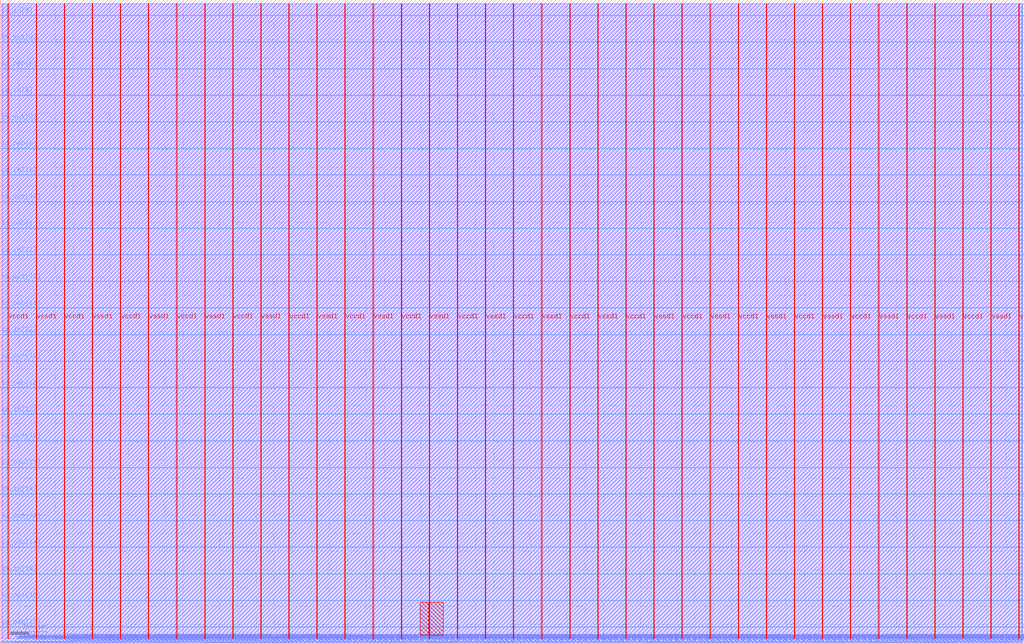
<source format=lef>
VERSION 5.7 ;
  NOWIREEXTENSIONATPIN ON ;
  DIVIDERCHAR "/" ;
  BUSBITCHARS "[]" ;
MACRO user_proj
  CLASS BLOCK ;
  FOREIGN user_proj ;
  ORIGIN 0.000 0.000 ;
  SIZE 2800.000 BY 1760.000 ;
  PIN io_in[0]
    DIRECTION INPUT ;
    USE SIGNAL ;
    PORT
      LAYER met3 ;
        RECT 2796.000 42.880 2800.000 43.480 ;
    END
  END io_in[0]
  PIN io_in[10]
    DIRECTION INPUT ;
    USE SIGNAL ;
    PORT
      LAYER met3 ;
        RECT 0.000 1279.800 4.000 1280.400 ;
    END
  END io_in[10]
  PIN io_in[11]
    DIRECTION INPUT ;
    USE SIGNAL ;
    PORT
      LAYER met3 ;
        RECT 0.000 1061.520 4.000 1062.120 ;
    END
  END io_in[11]
  PIN io_in[12]
    DIRECTION INPUT ;
    USE SIGNAL ;
    PORT
      LAYER met3 ;
        RECT 0.000 843.240 4.000 843.840 ;
    END
  END io_in[12]
  PIN io_in[13]
    DIRECTION INPUT ;
    USE SIGNAL ;
    PORT
      LAYER met3 ;
        RECT 0.000 624.960 4.000 625.560 ;
    END
  END io_in[13]
  PIN io_in[14]
    DIRECTION INPUT ;
    USE SIGNAL ;
    PORT
      LAYER met3 ;
        RECT 0.000 406.680 4.000 407.280 ;
    END
  END io_in[14]
  PIN io_in[15]
    DIRECTION INPUT ;
    USE SIGNAL ;
    PORT
      LAYER met3 ;
        RECT 0.000 188.400 4.000 189.000 ;
    END
  END io_in[15]
  PIN io_in[1]
    DIRECTION INPUT ;
    USE SIGNAL ;
    PORT
      LAYER met3 ;
        RECT 2796.000 261.160 2800.000 261.760 ;
    END
  END io_in[1]
  PIN io_in[2]
    DIRECTION INPUT ;
    USE SIGNAL ;
    PORT
      LAYER met3 ;
        RECT 2796.000 479.440 2800.000 480.040 ;
    END
  END io_in[2]
  PIN io_in[3]
    DIRECTION INPUT ;
    USE SIGNAL ;
    PORT
      LAYER met3 ;
        RECT 2796.000 697.720 2800.000 698.320 ;
    END
  END io_in[3]
  PIN io_in[4]
    DIRECTION INPUT ;
    USE SIGNAL ;
    PORT
      LAYER met3 ;
        RECT 2796.000 916.000 2800.000 916.600 ;
    END
  END io_in[4]
  PIN io_in[5]
    DIRECTION INPUT ;
    USE SIGNAL ;
    PORT
      LAYER met3 ;
        RECT 2796.000 1134.280 2800.000 1134.880 ;
    END
  END io_in[5]
  PIN io_in[6]
    DIRECTION INPUT ;
    USE SIGNAL ;
    PORT
      LAYER met3 ;
        RECT 2796.000 1352.560 2800.000 1353.160 ;
    END
  END io_in[6]
  PIN io_in[7]
    DIRECTION INPUT ;
    USE SIGNAL ;
    PORT
      LAYER met3 ;
        RECT 2796.000 1570.840 2800.000 1571.440 ;
    END
  END io_in[7]
  PIN io_in[8]
    DIRECTION INPUT ;
    USE SIGNAL ;
    PORT
      LAYER met3 ;
        RECT 0.000 1716.360 4.000 1716.960 ;
    END
  END io_in[8]
  PIN io_in[9]
    DIRECTION INPUT ;
    USE SIGNAL ;
    PORT
      LAYER met3 ;
        RECT 0.000 1498.080 4.000 1498.680 ;
    END
  END io_in[9]
  PIN io_oeb[0]
    DIRECTION OUTPUT TRISTATE ;
    USE SIGNAL ;
    PORT
      LAYER met3 ;
        RECT 2796.000 188.400 2800.000 189.000 ;
    END
  END io_oeb[0]
  PIN io_oeb[10]
    DIRECTION OUTPUT TRISTATE ;
    USE SIGNAL ;
    PORT
      LAYER met3 ;
        RECT 0.000 1134.280 4.000 1134.880 ;
    END
  END io_oeb[10]
  PIN io_oeb[11]
    DIRECTION OUTPUT TRISTATE ;
    USE SIGNAL ;
    PORT
      LAYER met3 ;
        RECT 0.000 916.000 4.000 916.600 ;
    END
  END io_oeb[11]
  PIN io_oeb[12]
    DIRECTION OUTPUT TRISTATE ;
    USE SIGNAL ;
    PORT
      LAYER met3 ;
        RECT 0.000 697.720 4.000 698.320 ;
    END
  END io_oeb[12]
  PIN io_oeb[13]
    DIRECTION OUTPUT TRISTATE ;
    USE SIGNAL ;
    PORT
      LAYER met3 ;
        RECT 0.000 479.440 4.000 480.040 ;
    END
  END io_oeb[13]
  PIN io_oeb[14]
    DIRECTION OUTPUT TRISTATE ;
    USE SIGNAL ;
    PORT
      LAYER met3 ;
        RECT 0.000 261.160 4.000 261.760 ;
    END
  END io_oeb[14]
  PIN io_oeb[15]
    DIRECTION OUTPUT TRISTATE ;
    USE SIGNAL ;
    PORT
      LAYER met3 ;
        RECT 0.000 42.880 4.000 43.480 ;
    END
  END io_oeb[15]
  PIN io_oeb[1]
    DIRECTION OUTPUT TRISTATE ;
    USE SIGNAL ;
    PORT
      LAYER met3 ;
        RECT 2796.000 406.680 2800.000 407.280 ;
    END
  END io_oeb[1]
  PIN io_oeb[2]
    DIRECTION OUTPUT TRISTATE ;
    USE SIGNAL ;
    PORT
      LAYER met3 ;
        RECT 2796.000 624.960 2800.000 625.560 ;
    END
  END io_oeb[2]
  PIN io_oeb[3]
    DIRECTION OUTPUT TRISTATE ;
    USE SIGNAL ;
    PORT
      LAYER met3 ;
        RECT 2796.000 843.240 2800.000 843.840 ;
    END
  END io_oeb[3]
  PIN io_oeb[4]
    DIRECTION OUTPUT TRISTATE ;
    USE SIGNAL ;
    PORT
      LAYER met3 ;
        RECT 2796.000 1061.520 2800.000 1062.120 ;
    END
  END io_oeb[4]
  PIN io_oeb[5]
    DIRECTION OUTPUT TRISTATE ;
    USE SIGNAL ;
    PORT
      LAYER met3 ;
        RECT 2796.000 1279.800 2800.000 1280.400 ;
    END
  END io_oeb[5]
  PIN io_oeb[6]
    DIRECTION OUTPUT TRISTATE ;
    USE SIGNAL ;
    PORT
      LAYER met3 ;
        RECT 2796.000 1498.080 2800.000 1498.680 ;
    END
  END io_oeb[6]
  PIN io_oeb[7]
    DIRECTION OUTPUT TRISTATE ;
    USE SIGNAL ;
    PORT
      LAYER met3 ;
        RECT 2796.000 1716.360 2800.000 1716.960 ;
    END
  END io_oeb[7]
  PIN io_oeb[8]
    DIRECTION OUTPUT TRISTATE ;
    USE SIGNAL ;
    PORT
      LAYER met3 ;
        RECT 0.000 1570.840 4.000 1571.440 ;
    END
  END io_oeb[8]
  PIN io_oeb[9]
    DIRECTION OUTPUT TRISTATE ;
    USE SIGNAL ;
    PORT
      LAYER met3 ;
        RECT 0.000 1352.560 4.000 1353.160 ;
    END
  END io_oeb[9]
  PIN io_out[0]
    DIRECTION OUTPUT TRISTATE ;
    USE SIGNAL ;
    PORT
      LAYER met3 ;
        RECT 2796.000 115.640 2800.000 116.240 ;
    END
  END io_out[0]
  PIN io_out[10]
    DIRECTION OUTPUT TRISTATE ;
    USE SIGNAL ;
    PORT
      LAYER met3 ;
        RECT 0.000 1207.040 4.000 1207.640 ;
    END
  END io_out[10]
  PIN io_out[11]
    DIRECTION OUTPUT TRISTATE ;
    USE SIGNAL ;
    PORT
      LAYER met3 ;
        RECT 0.000 988.760 4.000 989.360 ;
    END
  END io_out[11]
  PIN io_out[12]
    DIRECTION OUTPUT TRISTATE ;
    USE SIGNAL ;
    PORT
      LAYER met3 ;
        RECT 0.000 770.480 4.000 771.080 ;
    END
  END io_out[12]
  PIN io_out[13]
    DIRECTION OUTPUT TRISTATE ;
    USE SIGNAL ;
    PORT
      LAYER met3 ;
        RECT 0.000 552.200 4.000 552.800 ;
    END
  END io_out[13]
  PIN io_out[14]
    DIRECTION OUTPUT TRISTATE ;
    USE SIGNAL ;
    PORT
      LAYER met3 ;
        RECT 0.000 333.920 4.000 334.520 ;
    END
  END io_out[14]
  PIN io_out[15]
    DIRECTION OUTPUT TRISTATE ;
    USE SIGNAL ;
    PORT
      LAYER met3 ;
        RECT 0.000 115.640 4.000 116.240 ;
    END
  END io_out[15]
  PIN io_out[1]
    DIRECTION OUTPUT TRISTATE ;
    USE SIGNAL ;
    PORT
      LAYER met3 ;
        RECT 2796.000 333.920 2800.000 334.520 ;
    END
  END io_out[1]
  PIN io_out[2]
    DIRECTION OUTPUT TRISTATE ;
    USE SIGNAL ;
    PORT
      LAYER met3 ;
        RECT 2796.000 552.200 2800.000 552.800 ;
    END
  END io_out[2]
  PIN io_out[3]
    DIRECTION OUTPUT TRISTATE ;
    USE SIGNAL ;
    PORT
      LAYER met3 ;
        RECT 2796.000 770.480 2800.000 771.080 ;
    END
  END io_out[3]
  PIN io_out[4]
    DIRECTION OUTPUT TRISTATE ;
    USE SIGNAL ;
    PORT
      LAYER met3 ;
        RECT 2796.000 988.760 2800.000 989.360 ;
    END
  END io_out[4]
  PIN io_out[5]
    DIRECTION OUTPUT TRISTATE ;
    USE SIGNAL ;
    PORT
      LAYER met3 ;
        RECT 2796.000 1207.040 2800.000 1207.640 ;
    END
  END io_out[5]
  PIN io_out[6]
    DIRECTION OUTPUT TRISTATE ;
    USE SIGNAL ;
    PORT
      LAYER met3 ;
        RECT 2796.000 1425.320 2800.000 1425.920 ;
    END
  END io_out[6]
  PIN io_out[7]
    DIRECTION OUTPUT TRISTATE ;
    USE SIGNAL ;
    PORT
      LAYER met3 ;
        RECT 2796.000 1643.600 2800.000 1644.200 ;
    END
  END io_out[7]
  PIN io_out[8]
    DIRECTION OUTPUT TRISTATE ;
    USE SIGNAL ;
    PORT
      LAYER met3 ;
        RECT 0.000 1643.600 4.000 1644.200 ;
    END
  END io_out[8]
  PIN io_out[9]
    DIRECTION OUTPUT TRISTATE ;
    USE SIGNAL ;
    PORT
      LAYER met3 ;
        RECT 0.000 1425.320 4.000 1425.920 ;
    END
  END io_out[9]
  PIN irq[0]
    DIRECTION OUTPUT TRISTATE ;
    USE SIGNAL ;
    PORT
      LAYER met2 ;
        RECT 2746.750 0.000 2747.030 4.000 ;
    END
  END irq[0]
  PIN irq[1]
    DIRECTION OUTPUT TRISTATE ;
    USE SIGNAL ;
    PORT
      LAYER met2 ;
        RECT 2752.270 0.000 2752.550 4.000 ;
    END
  END irq[1]
  PIN irq[2]
    DIRECTION OUTPUT TRISTATE ;
    USE SIGNAL ;
    PORT
      LAYER met2 ;
        RECT 2757.790 0.000 2758.070 4.000 ;
    END
  END irq[2]
  PIN la_data_in[0]
    DIRECTION INPUT ;
    USE SIGNAL ;
    PORT
      LAYER met2 ;
        RECT 627.070 0.000 627.350 4.000 ;
    END
  END la_data_in[0]
  PIN la_data_in[100]
    DIRECTION INPUT ;
    USE SIGNAL ;
    PORT
      LAYER met2 ;
        RECT 2283.070 0.000 2283.350 4.000 ;
    END
  END la_data_in[100]
  PIN la_data_in[101]
    DIRECTION INPUT ;
    USE SIGNAL ;
    PORT
      LAYER met2 ;
        RECT 2299.630 0.000 2299.910 4.000 ;
    END
  END la_data_in[101]
  PIN la_data_in[102]
    DIRECTION INPUT ;
    USE SIGNAL ;
    PORT
      LAYER met2 ;
        RECT 2316.190 0.000 2316.470 4.000 ;
    END
  END la_data_in[102]
  PIN la_data_in[103]
    DIRECTION INPUT ;
    USE SIGNAL ;
    PORT
      LAYER met2 ;
        RECT 2332.750 0.000 2333.030 4.000 ;
    END
  END la_data_in[103]
  PIN la_data_in[104]
    DIRECTION INPUT ;
    USE SIGNAL ;
    PORT
      LAYER met2 ;
        RECT 2349.310 0.000 2349.590 4.000 ;
    END
  END la_data_in[104]
  PIN la_data_in[105]
    DIRECTION INPUT ;
    USE SIGNAL ;
    PORT
      LAYER met2 ;
        RECT 2365.870 0.000 2366.150 4.000 ;
    END
  END la_data_in[105]
  PIN la_data_in[106]
    DIRECTION INPUT ;
    USE SIGNAL ;
    PORT
      LAYER met2 ;
        RECT 2382.430 0.000 2382.710 4.000 ;
    END
  END la_data_in[106]
  PIN la_data_in[107]
    DIRECTION INPUT ;
    USE SIGNAL ;
    PORT
      LAYER met2 ;
        RECT 2398.990 0.000 2399.270 4.000 ;
    END
  END la_data_in[107]
  PIN la_data_in[108]
    DIRECTION INPUT ;
    USE SIGNAL ;
    PORT
      LAYER met2 ;
        RECT 2415.550 0.000 2415.830 4.000 ;
    END
  END la_data_in[108]
  PIN la_data_in[109]
    DIRECTION INPUT ;
    USE SIGNAL ;
    PORT
      LAYER met2 ;
        RECT 2432.110 0.000 2432.390 4.000 ;
    END
  END la_data_in[109]
  PIN la_data_in[10]
    DIRECTION INPUT ;
    USE SIGNAL ;
    PORT
      LAYER met2 ;
        RECT 792.670 0.000 792.950 4.000 ;
    END
  END la_data_in[10]
  PIN la_data_in[110]
    DIRECTION INPUT ;
    USE SIGNAL ;
    PORT
      LAYER met2 ;
        RECT 2448.670 0.000 2448.950 4.000 ;
    END
  END la_data_in[110]
  PIN la_data_in[111]
    DIRECTION INPUT ;
    USE SIGNAL ;
    PORT
      LAYER met2 ;
        RECT 2465.230 0.000 2465.510 4.000 ;
    END
  END la_data_in[111]
  PIN la_data_in[112]
    DIRECTION INPUT ;
    USE SIGNAL ;
    PORT
      LAYER met2 ;
        RECT 2481.790 0.000 2482.070 4.000 ;
    END
  END la_data_in[112]
  PIN la_data_in[113]
    DIRECTION INPUT ;
    USE SIGNAL ;
    PORT
      LAYER met2 ;
        RECT 2498.350 0.000 2498.630 4.000 ;
    END
  END la_data_in[113]
  PIN la_data_in[114]
    DIRECTION INPUT ;
    USE SIGNAL ;
    PORT
      LAYER met2 ;
        RECT 2514.910 0.000 2515.190 4.000 ;
    END
  END la_data_in[114]
  PIN la_data_in[115]
    DIRECTION INPUT ;
    USE SIGNAL ;
    PORT
      LAYER met2 ;
        RECT 2531.470 0.000 2531.750 4.000 ;
    END
  END la_data_in[115]
  PIN la_data_in[116]
    DIRECTION INPUT ;
    USE SIGNAL ;
    PORT
      LAYER met2 ;
        RECT 2548.030 0.000 2548.310 4.000 ;
    END
  END la_data_in[116]
  PIN la_data_in[117]
    DIRECTION INPUT ;
    USE SIGNAL ;
    PORT
      LAYER met2 ;
        RECT 2564.590 0.000 2564.870 4.000 ;
    END
  END la_data_in[117]
  PIN la_data_in[118]
    DIRECTION INPUT ;
    USE SIGNAL ;
    PORT
      LAYER met2 ;
        RECT 2581.150 0.000 2581.430 4.000 ;
    END
  END la_data_in[118]
  PIN la_data_in[119]
    DIRECTION INPUT ;
    USE SIGNAL ;
    PORT
      LAYER met2 ;
        RECT 2597.710 0.000 2597.990 4.000 ;
    END
  END la_data_in[119]
  PIN la_data_in[11]
    DIRECTION INPUT ;
    USE SIGNAL ;
    PORT
      LAYER met2 ;
        RECT 809.230 0.000 809.510 4.000 ;
    END
  END la_data_in[11]
  PIN la_data_in[120]
    DIRECTION INPUT ;
    USE SIGNAL ;
    PORT
      LAYER met2 ;
        RECT 2614.270 0.000 2614.550 4.000 ;
    END
  END la_data_in[120]
  PIN la_data_in[121]
    DIRECTION INPUT ;
    USE SIGNAL ;
    PORT
      LAYER met2 ;
        RECT 2630.830 0.000 2631.110 4.000 ;
    END
  END la_data_in[121]
  PIN la_data_in[122]
    DIRECTION INPUT ;
    USE SIGNAL ;
    PORT
      LAYER met2 ;
        RECT 2647.390 0.000 2647.670 4.000 ;
    END
  END la_data_in[122]
  PIN la_data_in[123]
    DIRECTION INPUT ;
    USE SIGNAL ;
    PORT
      LAYER met2 ;
        RECT 2663.950 0.000 2664.230 4.000 ;
    END
  END la_data_in[123]
  PIN la_data_in[124]
    DIRECTION INPUT ;
    USE SIGNAL ;
    PORT
      LAYER met2 ;
        RECT 2680.510 0.000 2680.790 4.000 ;
    END
  END la_data_in[124]
  PIN la_data_in[125]
    DIRECTION INPUT ;
    USE SIGNAL ;
    PORT
      LAYER met2 ;
        RECT 2697.070 0.000 2697.350 4.000 ;
    END
  END la_data_in[125]
  PIN la_data_in[126]
    DIRECTION INPUT ;
    USE SIGNAL ;
    PORT
      LAYER met2 ;
        RECT 2713.630 0.000 2713.910 4.000 ;
    END
  END la_data_in[126]
  PIN la_data_in[127]
    DIRECTION INPUT ;
    USE SIGNAL ;
    PORT
      LAYER met2 ;
        RECT 2730.190 0.000 2730.470 4.000 ;
    END
  END la_data_in[127]
  PIN la_data_in[12]
    DIRECTION INPUT ;
    USE SIGNAL ;
    PORT
      LAYER met2 ;
        RECT 825.790 0.000 826.070 4.000 ;
    END
  END la_data_in[12]
  PIN la_data_in[13]
    DIRECTION INPUT ;
    USE SIGNAL ;
    PORT
      LAYER met2 ;
        RECT 842.350 0.000 842.630 4.000 ;
    END
  END la_data_in[13]
  PIN la_data_in[14]
    DIRECTION INPUT ;
    USE SIGNAL ;
    PORT
      LAYER met2 ;
        RECT 858.910 0.000 859.190 4.000 ;
    END
  END la_data_in[14]
  PIN la_data_in[15]
    DIRECTION INPUT ;
    USE SIGNAL ;
    PORT
      LAYER met2 ;
        RECT 875.470 0.000 875.750 4.000 ;
    END
  END la_data_in[15]
  PIN la_data_in[16]
    DIRECTION INPUT ;
    USE SIGNAL ;
    PORT
      LAYER met2 ;
        RECT 892.030 0.000 892.310 4.000 ;
    END
  END la_data_in[16]
  PIN la_data_in[17]
    DIRECTION INPUT ;
    USE SIGNAL ;
    PORT
      LAYER met2 ;
        RECT 908.590 0.000 908.870 4.000 ;
    END
  END la_data_in[17]
  PIN la_data_in[18]
    DIRECTION INPUT ;
    USE SIGNAL ;
    PORT
      LAYER met2 ;
        RECT 925.150 0.000 925.430 4.000 ;
    END
  END la_data_in[18]
  PIN la_data_in[19]
    DIRECTION INPUT ;
    USE SIGNAL ;
    PORT
      LAYER met2 ;
        RECT 941.710 0.000 941.990 4.000 ;
    END
  END la_data_in[19]
  PIN la_data_in[1]
    DIRECTION INPUT ;
    USE SIGNAL ;
    PORT
      LAYER met2 ;
        RECT 643.630 0.000 643.910 4.000 ;
    END
  END la_data_in[1]
  PIN la_data_in[20]
    DIRECTION INPUT ;
    USE SIGNAL ;
    PORT
      LAYER met2 ;
        RECT 958.270 0.000 958.550 4.000 ;
    END
  END la_data_in[20]
  PIN la_data_in[21]
    DIRECTION INPUT ;
    USE SIGNAL ;
    PORT
      LAYER met2 ;
        RECT 974.830 0.000 975.110 4.000 ;
    END
  END la_data_in[21]
  PIN la_data_in[22]
    DIRECTION INPUT ;
    USE SIGNAL ;
    PORT
      LAYER met2 ;
        RECT 991.390 0.000 991.670 4.000 ;
    END
  END la_data_in[22]
  PIN la_data_in[23]
    DIRECTION INPUT ;
    USE SIGNAL ;
    PORT
      LAYER met2 ;
        RECT 1007.950 0.000 1008.230 4.000 ;
    END
  END la_data_in[23]
  PIN la_data_in[24]
    DIRECTION INPUT ;
    USE SIGNAL ;
    PORT
      LAYER met2 ;
        RECT 1024.510 0.000 1024.790 4.000 ;
    END
  END la_data_in[24]
  PIN la_data_in[25]
    DIRECTION INPUT ;
    USE SIGNAL ;
    PORT
      LAYER met2 ;
        RECT 1041.070 0.000 1041.350 4.000 ;
    END
  END la_data_in[25]
  PIN la_data_in[26]
    DIRECTION INPUT ;
    USE SIGNAL ;
    PORT
      LAYER met2 ;
        RECT 1057.630 0.000 1057.910 4.000 ;
    END
  END la_data_in[26]
  PIN la_data_in[27]
    DIRECTION INPUT ;
    USE SIGNAL ;
    PORT
      LAYER met2 ;
        RECT 1074.190 0.000 1074.470 4.000 ;
    END
  END la_data_in[27]
  PIN la_data_in[28]
    DIRECTION INPUT ;
    USE SIGNAL ;
    PORT
      LAYER met2 ;
        RECT 1090.750 0.000 1091.030 4.000 ;
    END
  END la_data_in[28]
  PIN la_data_in[29]
    DIRECTION INPUT ;
    USE SIGNAL ;
    PORT
      LAYER met2 ;
        RECT 1107.310 0.000 1107.590 4.000 ;
    END
  END la_data_in[29]
  PIN la_data_in[2]
    DIRECTION INPUT ;
    USE SIGNAL ;
    PORT
      LAYER met2 ;
        RECT 660.190 0.000 660.470 4.000 ;
    END
  END la_data_in[2]
  PIN la_data_in[30]
    DIRECTION INPUT ;
    USE SIGNAL ;
    PORT
      LAYER met2 ;
        RECT 1123.870 0.000 1124.150 4.000 ;
    END
  END la_data_in[30]
  PIN la_data_in[31]
    DIRECTION INPUT ;
    USE SIGNAL ;
    PORT
      LAYER met2 ;
        RECT 1140.430 0.000 1140.710 4.000 ;
    END
  END la_data_in[31]
  PIN la_data_in[32]
    DIRECTION INPUT ;
    USE SIGNAL ;
    PORT
      LAYER met2 ;
        RECT 1156.990 0.000 1157.270 4.000 ;
    END
  END la_data_in[32]
  PIN la_data_in[33]
    DIRECTION INPUT ;
    USE SIGNAL ;
    PORT
      LAYER met2 ;
        RECT 1173.550 0.000 1173.830 4.000 ;
    END
  END la_data_in[33]
  PIN la_data_in[34]
    DIRECTION INPUT ;
    USE SIGNAL ;
    PORT
      LAYER met2 ;
        RECT 1190.110 0.000 1190.390 4.000 ;
    END
  END la_data_in[34]
  PIN la_data_in[35]
    DIRECTION INPUT ;
    USE SIGNAL ;
    PORT
      LAYER met2 ;
        RECT 1206.670 0.000 1206.950 4.000 ;
    END
  END la_data_in[35]
  PIN la_data_in[36]
    DIRECTION INPUT ;
    USE SIGNAL ;
    PORT
      LAYER met2 ;
        RECT 1223.230 0.000 1223.510 4.000 ;
    END
  END la_data_in[36]
  PIN la_data_in[37]
    DIRECTION INPUT ;
    USE SIGNAL ;
    PORT
      LAYER met2 ;
        RECT 1239.790 0.000 1240.070 4.000 ;
    END
  END la_data_in[37]
  PIN la_data_in[38]
    DIRECTION INPUT ;
    USE SIGNAL ;
    PORT
      LAYER met2 ;
        RECT 1256.350 0.000 1256.630 4.000 ;
    END
  END la_data_in[38]
  PIN la_data_in[39]
    DIRECTION INPUT ;
    USE SIGNAL ;
    PORT
      LAYER met2 ;
        RECT 1272.910 0.000 1273.190 4.000 ;
    END
  END la_data_in[39]
  PIN la_data_in[3]
    DIRECTION INPUT ;
    USE SIGNAL ;
    PORT
      LAYER met2 ;
        RECT 676.750 0.000 677.030 4.000 ;
    END
  END la_data_in[3]
  PIN la_data_in[40]
    DIRECTION INPUT ;
    USE SIGNAL ;
    PORT
      LAYER met2 ;
        RECT 1289.470 0.000 1289.750 4.000 ;
    END
  END la_data_in[40]
  PIN la_data_in[41]
    DIRECTION INPUT ;
    USE SIGNAL ;
    PORT
      LAYER met2 ;
        RECT 1306.030 0.000 1306.310 4.000 ;
    END
  END la_data_in[41]
  PIN la_data_in[42]
    DIRECTION INPUT ;
    USE SIGNAL ;
    PORT
      LAYER met2 ;
        RECT 1322.590 0.000 1322.870 4.000 ;
    END
  END la_data_in[42]
  PIN la_data_in[43]
    DIRECTION INPUT ;
    USE SIGNAL ;
    PORT
      LAYER met2 ;
        RECT 1339.150 0.000 1339.430 4.000 ;
    END
  END la_data_in[43]
  PIN la_data_in[44]
    DIRECTION INPUT ;
    USE SIGNAL ;
    PORT
      LAYER met2 ;
        RECT 1355.710 0.000 1355.990 4.000 ;
    END
  END la_data_in[44]
  PIN la_data_in[45]
    DIRECTION INPUT ;
    USE SIGNAL ;
    PORT
      LAYER met2 ;
        RECT 1372.270 0.000 1372.550 4.000 ;
    END
  END la_data_in[45]
  PIN la_data_in[46]
    DIRECTION INPUT ;
    USE SIGNAL ;
    PORT
      LAYER met2 ;
        RECT 1388.830 0.000 1389.110 4.000 ;
    END
  END la_data_in[46]
  PIN la_data_in[47]
    DIRECTION INPUT ;
    USE SIGNAL ;
    PORT
      LAYER met2 ;
        RECT 1405.390 0.000 1405.670 4.000 ;
    END
  END la_data_in[47]
  PIN la_data_in[48]
    DIRECTION INPUT ;
    USE SIGNAL ;
    PORT
      LAYER met2 ;
        RECT 1421.950 0.000 1422.230 4.000 ;
    END
  END la_data_in[48]
  PIN la_data_in[49]
    DIRECTION INPUT ;
    USE SIGNAL ;
    PORT
      LAYER met2 ;
        RECT 1438.510 0.000 1438.790 4.000 ;
    END
  END la_data_in[49]
  PIN la_data_in[4]
    DIRECTION INPUT ;
    USE SIGNAL ;
    PORT
      LAYER met2 ;
        RECT 693.310 0.000 693.590 4.000 ;
    END
  END la_data_in[4]
  PIN la_data_in[50]
    DIRECTION INPUT ;
    USE SIGNAL ;
    PORT
      LAYER met2 ;
        RECT 1455.070 0.000 1455.350 4.000 ;
    END
  END la_data_in[50]
  PIN la_data_in[51]
    DIRECTION INPUT ;
    USE SIGNAL ;
    PORT
      LAYER met2 ;
        RECT 1471.630 0.000 1471.910 4.000 ;
    END
  END la_data_in[51]
  PIN la_data_in[52]
    DIRECTION INPUT ;
    USE SIGNAL ;
    PORT
      LAYER met2 ;
        RECT 1488.190 0.000 1488.470 4.000 ;
    END
  END la_data_in[52]
  PIN la_data_in[53]
    DIRECTION INPUT ;
    USE SIGNAL ;
    PORT
      LAYER met2 ;
        RECT 1504.750 0.000 1505.030 4.000 ;
    END
  END la_data_in[53]
  PIN la_data_in[54]
    DIRECTION INPUT ;
    USE SIGNAL ;
    PORT
      LAYER met2 ;
        RECT 1521.310 0.000 1521.590 4.000 ;
    END
  END la_data_in[54]
  PIN la_data_in[55]
    DIRECTION INPUT ;
    USE SIGNAL ;
    PORT
      LAYER met2 ;
        RECT 1537.870 0.000 1538.150 4.000 ;
    END
  END la_data_in[55]
  PIN la_data_in[56]
    DIRECTION INPUT ;
    USE SIGNAL ;
    PORT
      LAYER met2 ;
        RECT 1554.430 0.000 1554.710 4.000 ;
    END
  END la_data_in[56]
  PIN la_data_in[57]
    DIRECTION INPUT ;
    USE SIGNAL ;
    PORT
      LAYER met2 ;
        RECT 1570.990 0.000 1571.270 4.000 ;
    END
  END la_data_in[57]
  PIN la_data_in[58]
    DIRECTION INPUT ;
    USE SIGNAL ;
    PORT
      LAYER met2 ;
        RECT 1587.550 0.000 1587.830 4.000 ;
    END
  END la_data_in[58]
  PIN la_data_in[59]
    DIRECTION INPUT ;
    USE SIGNAL ;
    PORT
      LAYER met2 ;
        RECT 1604.110 0.000 1604.390 4.000 ;
    END
  END la_data_in[59]
  PIN la_data_in[5]
    DIRECTION INPUT ;
    USE SIGNAL ;
    PORT
      LAYER met2 ;
        RECT 709.870 0.000 710.150 4.000 ;
    END
  END la_data_in[5]
  PIN la_data_in[60]
    DIRECTION INPUT ;
    USE SIGNAL ;
    PORT
      LAYER met2 ;
        RECT 1620.670 0.000 1620.950 4.000 ;
    END
  END la_data_in[60]
  PIN la_data_in[61]
    DIRECTION INPUT ;
    USE SIGNAL ;
    PORT
      LAYER met2 ;
        RECT 1637.230 0.000 1637.510 4.000 ;
    END
  END la_data_in[61]
  PIN la_data_in[62]
    DIRECTION INPUT ;
    USE SIGNAL ;
    PORT
      LAYER met2 ;
        RECT 1653.790 0.000 1654.070 4.000 ;
    END
  END la_data_in[62]
  PIN la_data_in[63]
    DIRECTION INPUT ;
    USE SIGNAL ;
    PORT
      LAYER met2 ;
        RECT 1670.350 0.000 1670.630 4.000 ;
    END
  END la_data_in[63]
  PIN la_data_in[64]
    DIRECTION INPUT ;
    USE SIGNAL ;
    PORT
      LAYER met2 ;
        RECT 1686.910 0.000 1687.190 4.000 ;
    END
  END la_data_in[64]
  PIN la_data_in[65]
    DIRECTION INPUT ;
    USE SIGNAL ;
    PORT
      LAYER met2 ;
        RECT 1703.470 0.000 1703.750 4.000 ;
    END
  END la_data_in[65]
  PIN la_data_in[66]
    DIRECTION INPUT ;
    USE SIGNAL ;
    PORT
      LAYER met2 ;
        RECT 1720.030 0.000 1720.310 4.000 ;
    END
  END la_data_in[66]
  PIN la_data_in[67]
    DIRECTION INPUT ;
    USE SIGNAL ;
    PORT
      LAYER met2 ;
        RECT 1736.590 0.000 1736.870 4.000 ;
    END
  END la_data_in[67]
  PIN la_data_in[68]
    DIRECTION INPUT ;
    USE SIGNAL ;
    PORT
      LAYER met2 ;
        RECT 1753.150 0.000 1753.430 4.000 ;
    END
  END la_data_in[68]
  PIN la_data_in[69]
    DIRECTION INPUT ;
    USE SIGNAL ;
    PORT
      LAYER met2 ;
        RECT 1769.710 0.000 1769.990 4.000 ;
    END
  END la_data_in[69]
  PIN la_data_in[6]
    DIRECTION INPUT ;
    USE SIGNAL ;
    PORT
      LAYER met2 ;
        RECT 726.430 0.000 726.710 4.000 ;
    END
  END la_data_in[6]
  PIN la_data_in[70]
    DIRECTION INPUT ;
    USE SIGNAL ;
    PORT
      LAYER met2 ;
        RECT 1786.270 0.000 1786.550 4.000 ;
    END
  END la_data_in[70]
  PIN la_data_in[71]
    DIRECTION INPUT ;
    USE SIGNAL ;
    PORT
      LAYER met2 ;
        RECT 1802.830 0.000 1803.110 4.000 ;
    END
  END la_data_in[71]
  PIN la_data_in[72]
    DIRECTION INPUT ;
    USE SIGNAL ;
    PORT
      LAYER met2 ;
        RECT 1819.390 0.000 1819.670 4.000 ;
    END
  END la_data_in[72]
  PIN la_data_in[73]
    DIRECTION INPUT ;
    USE SIGNAL ;
    PORT
      LAYER met2 ;
        RECT 1835.950 0.000 1836.230 4.000 ;
    END
  END la_data_in[73]
  PIN la_data_in[74]
    DIRECTION INPUT ;
    USE SIGNAL ;
    PORT
      LAYER met2 ;
        RECT 1852.510 0.000 1852.790 4.000 ;
    END
  END la_data_in[74]
  PIN la_data_in[75]
    DIRECTION INPUT ;
    USE SIGNAL ;
    PORT
      LAYER met2 ;
        RECT 1869.070 0.000 1869.350 4.000 ;
    END
  END la_data_in[75]
  PIN la_data_in[76]
    DIRECTION INPUT ;
    USE SIGNAL ;
    PORT
      LAYER met2 ;
        RECT 1885.630 0.000 1885.910 4.000 ;
    END
  END la_data_in[76]
  PIN la_data_in[77]
    DIRECTION INPUT ;
    USE SIGNAL ;
    PORT
      LAYER met2 ;
        RECT 1902.190 0.000 1902.470 4.000 ;
    END
  END la_data_in[77]
  PIN la_data_in[78]
    DIRECTION INPUT ;
    USE SIGNAL ;
    PORT
      LAYER met2 ;
        RECT 1918.750 0.000 1919.030 4.000 ;
    END
  END la_data_in[78]
  PIN la_data_in[79]
    DIRECTION INPUT ;
    USE SIGNAL ;
    PORT
      LAYER met2 ;
        RECT 1935.310 0.000 1935.590 4.000 ;
    END
  END la_data_in[79]
  PIN la_data_in[7]
    DIRECTION INPUT ;
    USE SIGNAL ;
    PORT
      LAYER met2 ;
        RECT 742.990 0.000 743.270 4.000 ;
    END
  END la_data_in[7]
  PIN la_data_in[80]
    DIRECTION INPUT ;
    USE SIGNAL ;
    PORT
      LAYER met2 ;
        RECT 1951.870 0.000 1952.150 4.000 ;
    END
  END la_data_in[80]
  PIN la_data_in[81]
    DIRECTION INPUT ;
    USE SIGNAL ;
    PORT
      LAYER met2 ;
        RECT 1968.430 0.000 1968.710 4.000 ;
    END
  END la_data_in[81]
  PIN la_data_in[82]
    DIRECTION INPUT ;
    USE SIGNAL ;
    PORT
      LAYER met2 ;
        RECT 1984.990 0.000 1985.270 4.000 ;
    END
  END la_data_in[82]
  PIN la_data_in[83]
    DIRECTION INPUT ;
    USE SIGNAL ;
    PORT
      LAYER met2 ;
        RECT 2001.550 0.000 2001.830 4.000 ;
    END
  END la_data_in[83]
  PIN la_data_in[84]
    DIRECTION INPUT ;
    USE SIGNAL ;
    PORT
      LAYER met2 ;
        RECT 2018.110 0.000 2018.390 4.000 ;
    END
  END la_data_in[84]
  PIN la_data_in[85]
    DIRECTION INPUT ;
    USE SIGNAL ;
    PORT
      LAYER met2 ;
        RECT 2034.670 0.000 2034.950 4.000 ;
    END
  END la_data_in[85]
  PIN la_data_in[86]
    DIRECTION INPUT ;
    USE SIGNAL ;
    PORT
      LAYER met2 ;
        RECT 2051.230 0.000 2051.510 4.000 ;
    END
  END la_data_in[86]
  PIN la_data_in[87]
    DIRECTION INPUT ;
    USE SIGNAL ;
    PORT
      LAYER met2 ;
        RECT 2067.790 0.000 2068.070 4.000 ;
    END
  END la_data_in[87]
  PIN la_data_in[88]
    DIRECTION INPUT ;
    USE SIGNAL ;
    PORT
      LAYER met2 ;
        RECT 2084.350 0.000 2084.630 4.000 ;
    END
  END la_data_in[88]
  PIN la_data_in[89]
    DIRECTION INPUT ;
    USE SIGNAL ;
    PORT
      LAYER met2 ;
        RECT 2100.910 0.000 2101.190 4.000 ;
    END
  END la_data_in[89]
  PIN la_data_in[8]
    DIRECTION INPUT ;
    USE SIGNAL ;
    PORT
      LAYER met2 ;
        RECT 759.550 0.000 759.830 4.000 ;
    END
  END la_data_in[8]
  PIN la_data_in[90]
    DIRECTION INPUT ;
    USE SIGNAL ;
    PORT
      LAYER met2 ;
        RECT 2117.470 0.000 2117.750 4.000 ;
    END
  END la_data_in[90]
  PIN la_data_in[91]
    DIRECTION INPUT ;
    USE SIGNAL ;
    PORT
      LAYER met2 ;
        RECT 2134.030 0.000 2134.310 4.000 ;
    END
  END la_data_in[91]
  PIN la_data_in[92]
    DIRECTION INPUT ;
    USE SIGNAL ;
    PORT
      LAYER met2 ;
        RECT 2150.590 0.000 2150.870 4.000 ;
    END
  END la_data_in[92]
  PIN la_data_in[93]
    DIRECTION INPUT ;
    USE SIGNAL ;
    PORT
      LAYER met2 ;
        RECT 2167.150 0.000 2167.430 4.000 ;
    END
  END la_data_in[93]
  PIN la_data_in[94]
    DIRECTION INPUT ;
    USE SIGNAL ;
    PORT
      LAYER met2 ;
        RECT 2183.710 0.000 2183.990 4.000 ;
    END
  END la_data_in[94]
  PIN la_data_in[95]
    DIRECTION INPUT ;
    USE SIGNAL ;
    PORT
      LAYER met2 ;
        RECT 2200.270 0.000 2200.550 4.000 ;
    END
  END la_data_in[95]
  PIN la_data_in[96]
    DIRECTION INPUT ;
    USE SIGNAL ;
    PORT
      LAYER met2 ;
        RECT 2216.830 0.000 2217.110 4.000 ;
    END
  END la_data_in[96]
  PIN la_data_in[97]
    DIRECTION INPUT ;
    USE SIGNAL ;
    PORT
      LAYER met2 ;
        RECT 2233.390 0.000 2233.670 4.000 ;
    END
  END la_data_in[97]
  PIN la_data_in[98]
    DIRECTION INPUT ;
    USE SIGNAL ;
    PORT
      LAYER met2 ;
        RECT 2249.950 0.000 2250.230 4.000 ;
    END
  END la_data_in[98]
  PIN la_data_in[99]
    DIRECTION INPUT ;
    USE SIGNAL ;
    PORT
      LAYER met2 ;
        RECT 2266.510 0.000 2266.790 4.000 ;
    END
  END la_data_in[99]
  PIN la_data_in[9]
    DIRECTION INPUT ;
    USE SIGNAL ;
    PORT
      LAYER met2 ;
        RECT 776.110 0.000 776.390 4.000 ;
    END
  END la_data_in[9]
  PIN la_data_out[0]
    DIRECTION OUTPUT TRISTATE ;
    USE SIGNAL ;
    PORT
      LAYER met2 ;
        RECT 632.590 0.000 632.870 4.000 ;
    END
  END la_data_out[0]
  PIN la_data_out[100]
    DIRECTION OUTPUT TRISTATE ;
    USE SIGNAL ;
    PORT
      LAYER met2 ;
        RECT 2288.590 0.000 2288.870 4.000 ;
    END
  END la_data_out[100]
  PIN la_data_out[101]
    DIRECTION OUTPUT TRISTATE ;
    USE SIGNAL ;
    PORT
      LAYER met2 ;
        RECT 2305.150 0.000 2305.430 4.000 ;
    END
  END la_data_out[101]
  PIN la_data_out[102]
    DIRECTION OUTPUT TRISTATE ;
    USE SIGNAL ;
    PORT
      LAYER met2 ;
        RECT 2321.710 0.000 2321.990 4.000 ;
    END
  END la_data_out[102]
  PIN la_data_out[103]
    DIRECTION OUTPUT TRISTATE ;
    USE SIGNAL ;
    PORT
      LAYER met2 ;
        RECT 2338.270 0.000 2338.550 4.000 ;
    END
  END la_data_out[103]
  PIN la_data_out[104]
    DIRECTION OUTPUT TRISTATE ;
    USE SIGNAL ;
    PORT
      LAYER met2 ;
        RECT 2354.830 0.000 2355.110 4.000 ;
    END
  END la_data_out[104]
  PIN la_data_out[105]
    DIRECTION OUTPUT TRISTATE ;
    USE SIGNAL ;
    PORT
      LAYER met2 ;
        RECT 2371.390 0.000 2371.670 4.000 ;
    END
  END la_data_out[105]
  PIN la_data_out[106]
    DIRECTION OUTPUT TRISTATE ;
    USE SIGNAL ;
    PORT
      LAYER met2 ;
        RECT 2387.950 0.000 2388.230 4.000 ;
    END
  END la_data_out[106]
  PIN la_data_out[107]
    DIRECTION OUTPUT TRISTATE ;
    USE SIGNAL ;
    PORT
      LAYER met2 ;
        RECT 2404.510 0.000 2404.790 4.000 ;
    END
  END la_data_out[107]
  PIN la_data_out[108]
    DIRECTION OUTPUT TRISTATE ;
    USE SIGNAL ;
    PORT
      LAYER met2 ;
        RECT 2421.070 0.000 2421.350 4.000 ;
    END
  END la_data_out[108]
  PIN la_data_out[109]
    DIRECTION OUTPUT TRISTATE ;
    USE SIGNAL ;
    PORT
      LAYER met2 ;
        RECT 2437.630 0.000 2437.910 4.000 ;
    END
  END la_data_out[109]
  PIN la_data_out[10]
    DIRECTION OUTPUT TRISTATE ;
    USE SIGNAL ;
    PORT
      LAYER met2 ;
        RECT 798.190 0.000 798.470 4.000 ;
    END
  END la_data_out[10]
  PIN la_data_out[110]
    DIRECTION OUTPUT TRISTATE ;
    USE SIGNAL ;
    PORT
      LAYER met2 ;
        RECT 2454.190 0.000 2454.470 4.000 ;
    END
  END la_data_out[110]
  PIN la_data_out[111]
    DIRECTION OUTPUT TRISTATE ;
    USE SIGNAL ;
    PORT
      LAYER met2 ;
        RECT 2470.750 0.000 2471.030 4.000 ;
    END
  END la_data_out[111]
  PIN la_data_out[112]
    DIRECTION OUTPUT TRISTATE ;
    USE SIGNAL ;
    PORT
      LAYER met2 ;
        RECT 2487.310 0.000 2487.590 4.000 ;
    END
  END la_data_out[112]
  PIN la_data_out[113]
    DIRECTION OUTPUT TRISTATE ;
    USE SIGNAL ;
    PORT
      LAYER met2 ;
        RECT 2503.870 0.000 2504.150 4.000 ;
    END
  END la_data_out[113]
  PIN la_data_out[114]
    DIRECTION OUTPUT TRISTATE ;
    USE SIGNAL ;
    PORT
      LAYER met2 ;
        RECT 2520.430 0.000 2520.710 4.000 ;
    END
  END la_data_out[114]
  PIN la_data_out[115]
    DIRECTION OUTPUT TRISTATE ;
    USE SIGNAL ;
    PORT
      LAYER met2 ;
        RECT 2536.990 0.000 2537.270 4.000 ;
    END
  END la_data_out[115]
  PIN la_data_out[116]
    DIRECTION OUTPUT TRISTATE ;
    USE SIGNAL ;
    PORT
      LAYER met2 ;
        RECT 2553.550 0.000 2553.830 4.000 ;
    END
  END la_data_out[116]
  PIN la_data_out[117]
    DIRECTION OUTPUT TRISTATE ;
    USE SIGNAL ;
    PORT
      LAYER met2 ;
        RECT 2570.110 0.000 2570.390 4.000 ;
    END
  END la_data_out[117]
  PIN la_data_out[118]
    DIRECTION OUTPUT TRISTATE ;
    USE SIGNAL ;
    PORT
      LAYER met2 ;
        RECT 2586.670 0.000 2586.950 4.000 ;
    END
  END la_data_out[118]
  PIN la_data_out[119]
    DIRECTION OUTPUT TRISTATE ;
    USE SIGNAL ;
    PORT
      LAYER met2 ;
        RECT 2603.230 0.000 2603.510 4.000 ;
    END
  END la_data_out[119]
  PIN la_data_out[11]
    DIRECTION OUTPUT TRISTATE ;
    USE SIGNAL ;
    PORT
      LAYER met2 ;
        RECT 814.750 0.000 815.030 4.000 ;
    END
  END la_data_out[11]
  PIN la_data_out[120]
    DIRECTION OUTPUT TRISTATE ;
    USE SIGNAL ;
    PORT
      LAYER met2 ;
        RECT 2619.790 0.000 2620.070 4.000 ;
    END
  END la_data_out[120]
  PIN la_data_out[121]
    DIRECTION OUTPUT TRISTATE ;
    USE SIGNAL ;
    PORT
      LAYER met2 ;
        RECT 2636.350 0.000 2636.630 4.000 ;
    END
  END la_data_out[121]
  PIN la_data_out[122]
    DIRECTION OUTPUT TRISTATE ;
    USE SIGNAL ;
    PORT
      LAYER met2 ;
        RECT 2652.910 0.000 2653.190 4.000 ;
    END
  END la_data_out[122]
  PIN la_data_out[123]
    DIRECTION OUTPUT TRISTATE ;
    USE SIGNAL ;
    PORT
      LAYER met2 ;
        RECT 2669.470 0.000 2669.750 4.000 ;
    END
  END la_data_out[123]
  PIN la_data_out[124]
    DIRECTION OUTPUT TRISTATE ;
    USE SIGNAL ;
    PORT
      LAYER met2 ;
        RECT 2686.030 0.000 2686.310 4.000 ;
    END
  END la_data_out[124]
  PIN la_data_out[125]
    DIRECTION OUTPUT TRISTATE ;
    USE SIGNAL ;
    PORT
      LAYER met2 ;
        RECT 2702.590 0.000 2702.870 4.000 ;
    END
  END la_data_out[125]
  PIN la_data_out[126]
    DIRECTION OUTPUT TRISTATE ;
    USE SIGNAL ;
    PORT
      LAYER met2 ;
        RECT 2719.150 0.000 2719.430 4.000 ;
    END
  END la_data_out[126]
  PIN la_data_out[127]
    DIRECTION OUTPUT TRISTATE ;
    USE SIGNAL ;
    PORT
      LAYER met2 ;
        RECT 2735.710 0.000 2735.990 4.000 ;
    END
  END la_data_out[127]
  PIN la_data_out[12]
    DIRECTION OUTPUT TRISTATE ;
    USE SIGNAL ;
    PORT
      LAYER met2 ;
        RECT 831.310 0.000 831.590 4.000 ;
    END
  END la_data_out[12]
  PIN la_data_out[13]
    DIRECTION OUTPUT TRISTATE ;
    USE SIGNAL ;
    PORT
      LAYER met2 ;
        RECT 847.870 0.000 848.150 4.000 ;
    END
  END la_data_out[13]
  PIN la_data_out[14]
    DIRECTION OUTPUT TRISTATE ;
    USE SIGNAL ;
    PORT
      LAYER met2 ;
        RECT 864.430 0.000 864.710 4.000 ;
    END
  END la_data_out[14]
  PIN la_data_out[15]
    DIRECTION OUTPUT TRISTATE ;
    USE SIGNAL ;
    PORT
      LAYER met2 ;
        RECT 880.990 0.000 881.270 4.000 ;
    END
  END la_data_out[15]
  PIN la_data_out[16]
    DIRECTION OUTPUT TRISTATE ;
    USE SIGNAL ;
    PORT
      LAYER met2 ;
        RECT 897.550 0.000 897.830 4.000 ;
    END
  END la_data_out[16]
  PIN la_data_out[17]
    DIRECTION OUTPUT TRISTATE ;
    USE SIGNAL ;
    PORT
      LAYER met2 ;
        RECT 914.110 0.000 914.390 4.000 ;
    END
  END la_data_out[17]
  PIN la_data_out[18]
    DIRECTION OUTPUT TRISTATE ;
    USE SIGNAL ;
    PORT
      LAYER met2 ;
        RECT 930.670 0.000 930.950 4.000 ;
    END
  END la_data_out[18]
  PIN la_data_out[19]
    DIRECTION OUTPUT TRISTATE ;
    USE SIGNAL ;
    PORT
      LAYER met2 ;
        RECT 947.230 0.000 947.510 4.000 ;
    END
  END la_data_out[19]
  PIN la_data_out[1]
    DIRECTION OUTPUT TRISTATE ;
    USE SIGNAL ;
    PORT
      LAYER met2 ;
        RECT 649.150 0.000 649.430 4.000 ;
    END
  END la_data_out[1]
  PIN la_data_out[20]
    DIRECTION OUTPUT TRISTATE ;
    USE SIGNAL ;
    PORT
      LAYER met2 ;
        RECT 963.790 0.000 964.070 4.000 ;
    END
  END la_data_out[20]
  PIN la_data_out[21]
    DIRECTION OUTPUT TRISTATE ;
    USE SIGNAL ;
    PORT
      LAYER met2 ;
        RECT 980.350 0.000 980.630 4.000 ;
    END
  END la_data_out[21]
  PIN la_data_out[22]
    DIRECTION OUTPUT TRISTATE ;
    USE SIGNAL ;
    PORT
      LAYER met2 ;
        RECT 996.910 0.000 997.190 4.000 ;
    END
  END la_data_out[22]
  PIN la_data_out[23]
    DIRECTION OUTPUT TRISTATE ;
    USE SIGNAL ;
    PORT
      LAYER met2 ;
        RECT 1013.470 0.000 1013.750 4.000 ;
    END
  END la_data_out[23]
  PIN la_data_out[24]
    DIRECTION OUTPUT TRISTATE ;
    USE SIGNAL ;
    PORT
      LAYER met2 ;
        RECT 1030.030 0.000 1030.310 4.000 ;
    END
  END la_data_out[24]
  PIN la_data_out[25]
    DIRECTION OUTPUT TRISTATE ;
    USE SIGNAL ;
    PORT
      LAYER met2 ;
        RECT 1046.590 0.000 1046.870 4.000 ;
    END
  END la_data_out[25]
  PIN la_data_out[26]
    DIRECTION OUTPUT TRISTATE ;
    USE SIGNAL ;
    PORT
      LAYER met2 ;
        RECT 1063.150 0.000 1063.430 4.000 ;
    END
  END la_data_out[26]
  PIN la_data_out[27]
    DIRECTION OUTPUT TRISTATE ;
    USE SIGNAL ;
    PORT
      LAYER met2 ;
        RECT 1079.710 0.000 1079.990 4.000 ;
    END
  END la_data_out[27]
  PIN la_data_out[28]
    DIRECTION OUTPUT TRISTATE ;
    USE SIGNAL ;
    PORT
      LAYER met2 ;
        RECT 1096.270 0.000 1096.550 4.000 ;
    END
  END la_data_out[28]
  PIN la_data_out[29]
    DIRECTION OUTPUT TRISTATE ;
    USE SIGNAL ;
    PORT
      LAYER met2 ;
        RECT 1112.830 0.000 1113.110 4.000 ;
    END
  END la_data_out[29]
  PIN la_data_out[2]
    DIRECTION OUTPUT TRISTATE ;
    USE SIGNAL ;
    PORT
      LAYER met2 ;
        RECT 665.710 0.000 665.990 4.000 ;
    END
  END la_data_out[2]
  PIN la_data_out[30]
    DIRECTION OUTPUT TRISTATE ;
    USE SIGNAL ;
    PORT
      LAYER met2 ;
        RECT 1129.390 0.000 1129.670 4.000 ;
    END
  END la_data_out[30]
  PIN la_data_out[31]
    DIRECTION OUTPUT TRISTATE ;
    USE SIGNAL ;
    PORT
      LAYER met2 ;
        RECT 1145.950 0.000 1146.230 4.000 ;
    END
  END la_data_out[31]
  PIN la_data_out[32]
    DIRECTION OUTPUT TRISTATE ;
    USE SIGNAL ;
    PORT
      LAYER met2 ;
        RECT 1162.510 0.000 1162.790 4.000 ;
    END
  END la_data_out[32]
  PIN la_data_out[33]
    DIRECTION OUTPUT TRISTATE ;
    USE SIGNAL ;
    PORT
      LAYER met2 ;
        RECT 1179.070 0.000 1179.350 4.000 ;
    END
  END la_data_out[33]
  PIN la_data_out[34]
    DIRECTION OUTPUT TRISTATE ;
    USE SIGNAL ;
    PORT
      LAYER met2 ;
        RECT 1195.630 0.000 1195.910 4.000 ;
    END
  END la_data_out[34]
  PIN la_data_out[35]
    DIRECTION OUTPUT TRISTATE ;
    USE SIGNAL ;
    PORT
      LAYER met2 ;
        RECT 1212.190 0.000 1212.470 4.000 ;
    END
  END la_data_out[35]
  PIN la_data_out[36]
    DIRECTION OUTPUT TRISTATE ;
    USE SIGNAL ;
    PORT
      LAYER met2 ;
        RECT 1228.750 0.000 1229.030 4.000 ;
    END
  END la_data_out[36]
  PIN la_data_out[37]
    DIRECTION OUTPUT TRISTATE ;
    USE SIGNAL ;
    PORT
      LAYER met2 ;
        RECT 1245.310 0.000 1245.590 4.000 ;
    END
  END la_data_out[37]
  PIN la_data_out[38]
    DIRECTION OUTPUT TRISTATE ;
    USE SIGNAL ;
    PORT
      LAYER met2 ;
        RECT 1261.870 0.000 1262.150 4.000 ;
    END
  END la_data_out[38]
  PIN la_data_out[39]
    DIRECTION OUTPUT TRISTATE ;
    USE SIGNAL ;
    PORT
      LAYER met2 ;
        RECT 1278.430 0.000 1278.710 4.000 ;
    END
  END la_data_out[39]
  PIN la_data_out[3]
    DIRECTION OUTPUT TRISTATE ;
    USE SIGNAL ;
    PORT
      LAYER met2 ;
        RECT 682.270 0.000 682.550 4.000 ;
    END
  END la_data_out[3]
  PIN la_data_out[40]
    DIRECTION OUTPUT TRISTATE ;
    USE SIGNAL ;
    PORT
      LAYER met2 ;
        RECT 1294.990 0.000 1295.270 4.000 ;
    END
  END la_data_out[40]
  PIN la_data_out[41]
    DIRECTION OUTPUT TRISTATE ;
    USE SIGNAL ;
    PORT
      LAYER met2 ;
        RECT 1311.550 0.000 1311.830 4.000 ;
    END
  END la_data_out[41]
  PIN la_data_out[42]
    DIRECTION OUTPUT TRISTATE ;
    USE SIGNAL ;
    PORT
      LAYER met2 ;
        RECT 1328.110 0.000 1328.390 4.000 ;
    END
  END la_data_out[42]
  PIN la_data_out[43]
    DIRECTION OUTPUT TRISTATE ;
    USE SIGNAL ;
    PORT
      LAYER met2 ;
        RECT 1344.670 0.000 1344.950 4.000 ;
    END
  END la_data_out[43]
  PIN la_data_out[44]
    DIRECTION OUTPUT TRISTATE ;
    USE SIGNAL ;
    PORT
      LAYER met2 ;
        RECT 1361.230 0.000 1361.510 4.000 ;
    END
  END la_data_out[44]
  PIN la_data_out[45]
    DIRECTION OUTPUT TRISTATE ;
    USE SIGNAL ;
    PORT
      LAYER met2 ;
        RECT 1377.790 0.000 1378.070 4.000 ;
    END
  END la_data_out[45]
  PIN la_data_out[46]
    DIRECTION OUTPUT TRISTATE ;
    USE SIGNAL ;
    PORT
      LAYER met2 ;
        RECT 1394.350 0.000 1394.630 4.000 ;
    END
  END la_data_out[46]
  PIN la_data_out[47]
    DIRECTION OUTPUT TRISTATE ;
    USE SIGNAL ;
    PORT
      LAYER met2 ;
        RECT 1410.910 0.000 1411.190 4.000 ;
    END
  END la_data_out[47]
  PIN la_data_out[48]
    DIRECTION OUTPUT TRISTATE ;
    USE SIGNAL ;
    PORT
      LAYER met2 ;
        RECT 1427.470 0.000 1427.750 4.000 ;
    END
  END la_data_out[48]
  PIN la_data_out[49]
    DIRECTION OUTPUT TRISTATE ;
    USE SIGNAL ;
    PORT
      LAYER met2 ;
        RECT 1444.030 0.000 1444.310 4.000 ;
    END
  END la_data_out[49]
  PIN la_data_out[4]
    DIRECTION OUTPUT TRISTATE ;
    USE SIGNAL ;
    PORT
      LAYER met2 ;
        RECT 698.830 0.000 699.110 4.000 ;
    END
  END la_data_out[4]
  PIN la_data_out[50]
    DIRECTION OUTPUT TRISTATE ;
    USE SIGNAL ;
    PORT
      LAYER met2 ;
        RECT 1460.590 0.000 1460.870 4.000 ;
    END
  END la_data_out[50]
  PIN la_data_out[51]
    DIRECTION OUTPUT TRISTATE ;
    USE SIGNAL ;
    PORT
      LAYER met2 ;
        RECT 1477.150 0.000 1477.430 4.000 ;
    END
  END la_data_out[51]
  PIN la_data_out[52]
    DIRECTION OUTPUT TRISTATE ;
    USE SIGNAL ;
    PORT
      LAYER met2 ;
        RECT 1493.710 0.000 1493.990 4.000 ;
    END
  END la_data_out[52]
  PIN la_data_out[53]
    DIRECTION OUTPUT TRISTATE ;
    USE SIGNAL ;
    PORT
      LAYER met2 ;
        RECT 1510.270 0.000 1510.550 4.000 ;
    END
  END la_data_out[53]
  PIN la_data_out[54]
    DIRECTION OUTPUT TRISTATE ;
    USE SIGNAL ;
    PORT
      LAYER met2 ;
        RECT 1526.830 0.000 1527.110 4.000 ;
    END
  END la_data_out[54]
  PIN la_data_out[55]
    DIRECTION OUTPUT TRISTATE ;
    USE SIGNAL ;
    PORT
      LAYER met2 ;
        RECT 1543.390 0.000 1543.670 4.000 ;
    END
  END la_data_out[55]
  PIN la_data_out[56]
    DIRECTION OUTPUT TRISTATE ;
    USE SIGNAL ;
    PORT
      LAYER met2 ;
        RECT 1559.950 0.000 1560.230 4.000 ;
    END
  END la_data_out[56]
  PIN la_data_out[57]
    DIRECTION OUTPUT TRISTATE ;
    USE SIGNAL ;
    PORT
      LAYER met2 ;
        RECT 1576.510 0.000 1576.790 4.000 ;
    END
  END la_data_out[57]
  PIN la_data_out[58]
    DIRECTION OUTPUT TRISTATE ;
    USE SIGNAL ;
    PORT
      LAYER met2 ;
        RECT 1593.070 0.000 1593.350 4.000 ;
    END
  END la_data_out[58]
  PIN la_data_out[59]
    DIRECTION OUTPUT TRISTATE ;
    USE SIGNAL ;
    PORT
      LAYER met2 ;
        RECT 1609.630 0.000 1609.910 4.000 ;
    END
  END la_data_out[59]
  PIN la_data_out[5]
    DIRECTION OUTPUT TRISTATE ;
    USE SIGNAL ;
    PORT
      LAYER met2 ;
        RECT 715.390 0.000 715.670 4.000 ;
    END
  END la_data_out[5]
  PIN la_data_out[60]
    DIRECTION OUTPUT TRISTATE ;
    USE SIGNAL ;
    PORT
      LAYER met2 ;
        RECT 1626.190 0.000 1626.470 4.000 ;
    END
  END la_data_out[60]
  PIN la_data_out[61]
    DIRECTION OUTPUT TRISTATE ;
    USE SIGNAL ;
    PORT
      LAYER met2 ;
        RECT 1642.750 0.000 1643.030 4.000 ;
    END
  END la_data_out[61]
  PIN la_data_out[62]
    DIRECTION OUTPUT TRISTATE ;
    USE SIGNAL ;
    PORT
      LAYER met2 ;
        RECT 1659.310 0.000 1659.590 4.000 ;
    END
  END la_data_out[62]
  PIN la_data_out[63]
    DIRECTION OUTPUT TRISTATE ;
    USE SIGNAL ;
    PORT
      LAYER met2 ;
        RECT 1675.870 0.000 1676.150 4.000 ;
    END
  END la_data_out[63]
  PIN la_data_out[64]
    DIRECTION OUTPUT TRISTATE ;
    USE SIGNAL ;
    PORT
      LAYER met2 ;
        RECT 1692.430 0.000 1692.710 4.000 ;
    END
  END la_data_out[64]
  PIN la_data_out[65]
    DIRECTION OUTPUT TRISTATE ;
    USE SIGNAL ;
    PORT
      LAYER met2 ;
        RECT 1708.990 0.000 1709.270 4.000 ;
    END
  END la_data_out[65]
  PIN la_data_out[66]
    DIRECTION OUTPUT TRISTATE ;
    USE SIGNAL ;
    PORT
      LAYER met2 ;
        RECT 1725.550 0.000 1725.830 4.000 ;
    END
  END la_data_out[66]
  PIN la_data_out[67]
    DIRECTION OUTPUT TRISTATE ;
    USE SIGNAL ;
    PORT
      LAYER met2 ;
        RECT 1742.110 0.000 1742.390 4.000 ;
    END
  END la_data_out[67]
  PIN la_data_out[68]
    DIRECTION OUTPUT TRISTATE ;
    USE SIGNAL ;
    PORT
      LAYER met2 ;
        RECT 1758.670 0.000 1758.950 4.000 ;
    END
  END la_data_out[68]
  PIN la_data_out[69]
    DIRECTION OUTPUT TRISTATE ;
    USE SIGNAL ;
    PORT
      LAYER met2 ;
        RECT 1775.230 0.000 1775.510 4.000 ;
    END
  END la_data_out[69]
  PIN la_data_out[6]
    DIRECTION OUTPUT TRISTATE ;
    USE SIGNAL ;
    PORT
      LAYER met2 ;
        RECT 731.950 0.000 732.230 4.000 ;
    END
  END la_data_out[6]
  PIN la_data_out[70]
    DIRECTION OUTPUT TRISTATE ;
    USE SIGNAL ;
    PORT
      LAYER met2 ;
        RECT 1791.790 0.000 1792.070 4.000 ;
    END
  END la_data_out[70]
  PIN la_data_out[71]
    DIRECTION OUTPUT TRISTATE ;
    USE SIGNAL ;
    PORT
      LAYER met2 ;
        RECT 1808.350 0.000 1808.630 4.000 ;
    END
  END la_data_out[71]
  PIN la_data_out[72]
    DIRECTION OUTPUT TRISTATE ;
    USE SIGNAL ;
    PORT
      LAYER met2 ;
        RECT 1824.910 0.000 1825.190 4.000 ;
    END
  END la_data_out[72]
  PIN la_data_out[73]
    DIRECTION OUTPUT TRISTATE ;
    USE SIGNAL ;
    PORT
      LAYER met2 ;
        RECT 1841.470 0.000 1841.750 4.000 ;
    END
  END la_data_out[73]
  PIN la_data_out[74]
    DIRECTION OUTPUT TRISTATE ;
    USE SIGNAL ;
    PORT
      LAYER met2 ;
        RECT 1858.030 0.000 1858.310 4.000 ;
    END
  END la_data_out[74]
  PIN la_data_out[75]
    DIRECTION OUTPUT TRISTATE ;
    USE SIGNAL ;
    PORT
      LAYER met2 ;
        RECT 1874.590 0.000 1874.870 4.000 ;
    END
  END la_data_out[75]
  PIN la_data_out[76]
    DIRECTION OUTPUT TRISTATE ;
    USE SIGNAL ;
    PORT
      LAYER met2 ;
        RECT 1891.150 0.000 1891.430 4.000 ;
    END
  END la_data_out[76]
  PIN la_data_out[77]
    DIRECTION OUTPUT TRISTATE ;
    USE SIGNAL ;
    PORT
      LAYER met2 ;
        RECT 1907.710 0.000 1907.990 4.000 ;
    END
  END la_data_out[77]
  PIN la_data_out[78]
    DIRECTION OUTPUT TRISTATE ;
    USE SIGNAL ;
    PORT
      LAYER met2 ;
        RECT 1924.270 0.000 1924.550 4.000 ;
    END
  END la_data_out[78]
  PIN la_data_out[79]
    DIRECTION OUTPUT TRISTATE ;
    USE SIGNAL ;
    PORT
      LAYER met2 ;
        RECT 1940.830 0.000 1941.110 4.000 ;
    END
  END la_data_out[79]
  PIN la_data_out[7]
    DIRECTION OUTPUT TRISTATE ;
    USE SIGNAL ;
    PORT
      LAYER met2 ;
        RECT 748.510 0.000 748.790 4.000 ;
    END
  END la_data_out[7]
  PIN la_data_out[80]
    DIRECTION OUTPUT TRISTATE ;
    USE SIGNAL ;
    PORT
      LAYER met2 ;
        RECT 1957.390 0.000 1957.670 4.000 ;
    END
  END la_data_out[80]
  PIN la_data_out[81]
    DIRECTION OUTPUT TRISTATE ;
    USE SIGNAL ;
    PORT
      LAYER met2 ;
        RECT 1973.950 0.000 1974.230 4.000 ;
    END
  END la_data_out[81]
  PIN la_data_out[82]
    DIRECTION OUTPUT TRISTATE ;
    USE SIGNAL ;
    PORT
      LAYER met2 ;
        RECT 1990.510 0.000 1990.790 4.000 ;
    END
  END la_data_out[82]
  PIN la_data_out[83]
    DIRECTION OUTPUT TRISTATE ;
    USE SIGNAL ;
    PORT
      LAYER met2 ;
        RECT 2007.070 0.000 2007.350 4.000 ;
    END
  END la_data_out[83]
  PIN la_data_out[84]
    DIRECTION OUTPUT TRISTATE ;
    USE SIGNAL ;
    PORT
      LAYER met2 ;
        RECT 2023.630 0.000 2023.910 4.000 ;
    END
  END la_data_out[84]
  PIN la_data_out[85]
    DIRECTION OUTPUT TRISTATE ;
    USE SIGNAL ;
    PORT
      LAYER met2 ;
        RECT 2040.190 0.000 2040.470 4.000 ;
    END
  END la_data_out[85]
  PIN la_data_out[86]
    DIRECTION OUTPUT TRISTATE ;
    USE SIGNAL ;
    PORT
      LAYER met2 ;
        RECT 2056.750 0.000 2057.030 4.000 ;
    END
  END la_data_out[86]
  PIN la_data_out[87]
    DIRECTION OUTPUT TRISTATE ;
    USE SIGNAL ;
    PORT
      LAYER met2 ;
        RECT 2073.310 0.000 2073.590 4.000 ;
    END
  END la_data_out[87]
  PIN la_data_out[88]
    DIRECTION OUTPUT TRISTATE ;
    USE SIGNAL ;
    PORT
      LAYER met2 ;
        RECT 2089.870 0.000 2090.150 4.000 ;
    END
  END la_data_out[88]
  PIN la_data_out[89]
    DIRECTION OUTPUT TRISTATE ;
    USE SIGNAL ;
    PORT
      LAYER met2 ;
        RECT 2106.430 0.000 2106.710 4.000 ;
    END
  END la_data_out[89]
  PIN la_data_out[8]
    DIRECTION OUTPUT TRISTATE ;
    USE SIGNAL ;
    PORT
      LAYER met2 ;
        RECT 765.070 0.000 765.350 4.000 ;
    END
  END la_data_out[8]
  PIN la_data_out[90]
    DIRECTION OUTPUT TRISTATE ;
    USE SIGNAL ;
    PORT
      LAYER met2 ;
        RECT 2122.990 0.000 2123.270 4.000 ;
    END
  END la_data_out[90]
  PIN la_data_out[91]
    DIRECTION OUTPUT TRISTATE ;
    USE SIGNAL ;
    PORT
      LAYER met2 ;
        RECT 2139.550 0.000 2139.830 4.000 ;
    END
  END la_data_out[91]
  PIN la_data_out[92]
    DIRECTION OUTPUT TRISTATE ;
    USE SIGNAL ;
    PORT
      LAYER met2 ;
        RECT 2156.110 0.000 2156.390 4.000 ;
    END
  END la_data_out[92]
  PIN la_data_out[93]
    DIRECTION OUTPUT TRISTATE ;
    USE SIGNAL ;
    PORT
      LAYER met2 ;
        RECT 2172.670 0.000 2172.950 4.000 ;
    END
  END la_data_out[93]
  PIN la_data_out[94]
    DIRECTION OUTPUT TRISTATE ;
    USE SIGNAL ;
    PORT
      LAYER met2 ;
        RECT 2189.230 0.000 2189.510 4.000 ;
    END
  END la_data_out[94]
  PIN la_data_out[95]
    DIRECTION OUTPUT TRISTATE ;
    USE SIGNAL ;
    PORT
      LAYER met2 ;
        RECT 2205.790 0.000 2206.070 4.000 ;
    END
  END la_data_out[95]
  PIN la_data_out[96]
    DIRECTION OUTPUT TRISTATE ;
    USE SIGNAL ;
    PORT
      LAYER met2 ;
        RECT 2222.350 0.000 2222.630 4.000 ;
    END
  END la_data_out[96]
  PIN la_data_out[97]
    DIRECTION OUTPUT TRISTATE ;
    USE SIGNAL ;
    PORT
      LAYER met2 ;
        RECT 2238.910 0.000 2239.190 4.000 ;
    END
  END la_data_out[97]
  PIN la_data_out[98]
    DIRECTION OUTPUT TRISTATE ;
    USE SIGNAL ;
    PORT
      LAYER met2 ;
        RECT 2255.470 0.000 2255.750 4.000 ;
    END
  END la_data_out[98]
  PIN la_data_out[99]
    DIRECTION OUTPUT TRISTATE ;
    USE SIGNAL ;
    PORT
      LAYER met2 ;
        RECT 2272.030 0.000 2272.310 4.000 ;
    END
  END la_data_out[99]
  PIN la_data_out[9]
    DIRECTION OUTPUT TRISTATE ;
    USE SIGNAL ;
    PORT
      LAYER met2 ;
        RECT 781.630 0.000 781.910 4.000 ;
    END
  END la_data_out[9]
  PIN la_oenb[0]
    DIRECTION INPUT ;
    USE SIGNAL ;
    PORT
      LAYER met2 ;
        RECT 638.110 0.000 638.390 4.000 ;
    END
  END la_oenb[0]
  PIN la_oenb[100]
    DIRECTION INPUT ;
    USE SIGNAL ;
    PORT
      LAYER met2 ;
        RECT 2294.110 0.000 2294.390 4.000 ;
    END
  END la_oenb[100]
  PIN la_oenb[101]
    DIRECTION INPUT ;
    USE SIGNAL ;
    PORT
      LAYER met2 ;
        RECT 2310.670 0.000 2310.950 4.000 ;
    END
  END la_oenb[101]
  PIN la_oenb[102]
    DIRECTION INPUT ;
    USE SIGNAL ;
    PORT
      LAYER met2 ;
        RECT 2327.230 0.000 2327.510 4.000 ;
    END
  END la_oenb[102]
  PIN la_oenb[103]
    DIRECTION INPUT ;
    USE SIGNAL ;
    PORT
      LAYER met2 ;
        RECT 2343.790 0.000 2344.070 4.000 ;
    END
  END la_oenb[103]
  PIN la_oenb[104]
    DIRECTION INPUT ;
    USE SIGNAL ;
    PORT
      LAYER met2 ;
        RECT 2360.350 0.000 2360.630 4.000 ;
    END
  END la_oenb[104]
  PIN la_oenb[105]
    DIRECTION INPUT ;
    USE SIGNAL ;
    PORT
      LAYER met2 ;
        RECT 2376.910 0.000 2377.190 4.000 ;
    END
  END la_oenb[105]
  PIN la_oenb[106]
    DIRECTION INPUT ;
    USE SIGNAL ;
    PORT
      LAYER met2 ;
        RECT 2393.470 0.000 2393.750 4.000 ;
    END
  END la_oenb[106]
  PIN la_oenb[107]
    DIRECTION INPUT ;
    USE SIGNAL ;
    PORT
      LAYER met2 ;
        RECT 2410.030 0.000 2410.310 4.000 ;
    END
  END la_oenb[107]
  PIN la_oenb[108]
    DIRECTION INPUT ;
    USE SIGNAL ;
    PORT
      LAYER met2 ;
        RECT 2426.590 0.000 2426.870 4.000 ;
    END
  END la_oenb[108]
  PIN la_oenb[109]
    DIRECTION INPUT ;
    USE SIGNAL ;
    PORT
      LAYER met2 ;
        RECT 2443.150 0.000 2443.430 4.000 ;
    END
  END la_oenb[109]
  PIN la_oenb[10]
    DIRECTION INPUT ;
    USE SIGNAL ;
    PORT
      LAYER met2 ;
        RECT 803.710 0.000 803.990 4.000 ;
    END
  END la_oenb[10]
  PIN la_oenb[110]
    DIRECTION INPUT ;
    USE SIGNAL ;
    PORT
      LAYER met2 ;
        RECT 2459.710 0.000 2459.990 4.000 ;
    END
  END la_oenb[110]
  PIN la_oenb[111]
    DIRECTION INPUT ;
    USE SIGNAL ;
    PORT
      LAYER met2 ;
        RECT 2476.270 0.000 2476.550 4.000 ;
    END
  END la_oenb[111]
  PIN la_oenb[112]
    DIRECTION INPUT ;
    USE SIGNAL ;
    PORT
      LAYER met2 ;
        RECT 2492.830 0.000 2493.110 4.000 ;
    END
  END la_oenb[112]
  PIN la_oenb[113]
    DIRECTION INPUT ;
    USE SIGNAL ;
    PORT
      LAYER met2 ;
        RECT 2509.390 0.000 2509.670 4.000 ;
    END
  END la_oenb[113]
  PIN la_oenb[114]
    DIRECTION INPUT ;
    USE SIGNAL ;
    PORT
      LAYER met2 ;
        RECT 2525.950 0.000 2526.230 4.000 ;
    END
  END la_oenb[114]
  PIN la_oenb[115]
    DIRECTION INPUT ;
    USE SIGNAL ;
    PORT
      LAYER met2 ;
        RECT 2542.510 0.000 2542.790 4.000 ;
    END
  END la_oenb[115]
  PIN la_oenb[116]
    DIRECTION INPUT ;
    USE SIGNAL ;
    PORT
      LAYER met2 ;
        RECT 2559.070 0.000 2559.350 4.000 ;
    END
  END la_oenb[116]
  PIN la_oenb[117]
    DIRECTION INPUT ;
    USE SIGNAL ;
    PORT
      LAYER met2 ;
        RECT 2575.630 0.000 2575.910 4.000 ;
    END
  END la_oenb[117]
  PIN la_oenb[118]
    DIRECTION INPUT ;
    USE SIGNAL ;
    PORT
      LAYER met2 ;
        RECT 2592.190 0.000 2592.470 4.000 ;
    END
  END la_oenb[118]
  PIN la_oenb[119]
    DIRECTION INPUT ;
    USE SIGNAL ;
    PORT
      LAYER met2 ;
        RECT 2608.750 0.000 2609.030 4.000 ;
    END
  END la_oenb[119]
  PIN la_oenb[11]
    DIRECTION INPUT ;
    USE SIGNAL ;
    PORT
      LAYER met2 ;
        RECT 820.270 0.000 820.550 4.000 ;
    END
  END la_oenb[11]
  PIN la_oenb[120]
    DIRECTION INPUT ;
    USE SIGNAL ;
    PORT
      LAYER met2 ;
        RECT 2625.310 0.000 2625.590 4.000 ;
    END
  END la_oenb[120]
  PIN la_oenb[121]
    DIRECTION INPUT ;
    USE SIGNAL ;
    PORT
      LAYER met2 ;
        RECT 2641.870 0.000 2642.150 4.000 ;
    END
  END la_oenb[121]
  PIN la_oenb[122]
    DIRECTION INPUT ;
    USE SIGNAL ;
    PORT
      LAYER met2 ;
        RECT 2658.430 0.000 2658.710 4.000 ;
    END
  END la_oenb[122]
  PIN la_oenb[123]
    DIRECTION INPUT ;
    USE SIGNAL ;
    PORT
      LAYER met2 ;
        RECT 2674.990 0.000 2675.270 4.000 ;
    END
  END la_oenb[123]
  PIN la_oenb[124]
    DIRECTION INPUT ;
    USE SIGNAL ;
    PORT
      LAYER met2 ;
        RECT 2691.550 0.000 2691.830 4.000 ;
    END
  END la_oenb[124]
  PIN la_oenb[125]
    DIRECTION INPUT ;
    USE SIGNAL ;
    PORT
      LAYER met2 ;
        RECT 2708.110 0.000 2708.390 4.000 ;
    END
  END la_oenb[125]
  PIN la_oenb[126]
    DIRECTION INPUT ;
    USE SIGNAL ;
    PORT
      LAYER met2 ;
        RECT 2724.670 0.000 2724.950 4.000 ;
    END
  END la_oenb[126]
  PIN la_oenb[127]
    DIRECTION INPUT ;
    USE SIGNAL ;
    PORT
      LAYER met2 ;
        RECT 2741.230 0.000 2741.510 4.000 ;
    END
  END la_oenb[127]
  PIN la_oenb[12]
    DIRECTION INPUT ;
    USE SIGNAL ;
    PORT
      LAYER met2 ;
        RECT 836.830 0.000 837.110 4.000 ;
    END
  END la_oenb[12]
  PIN la_oenb[13]
    DIRECTION INPUT ;
    USE SIGNAL ;
    PORT
      LAYER met2 ;
        RECT 853.390 0.000 853.670 4.000 ;
    END
  END la_oenb[13]
  PIN la_oenb[14]
    DIRECTION INPUT ;
    USE SIGNAL ;
    PORT
      LAYER met2 ;
        RECT 869.950 0.000 870.230 4.000 ;
    END
  END la_oenb[14]
  PIN la_oenb[15]
    DIRECTION INPUT ;
    USE SIGNAL ;
    PORT
      LAYER met2 ;
        RECT 886.510 0.000 886.790 4.000 ;
    END
  END la_oenb[15]
  PIN la_oenb[16]
    DIRECTION INPUT ;
    USE SIGNAL ;
    PORT
      LAYER met2 ;
        RECT 903.070 0.000 903.350 4.000 ;
    END
  END la_oenb[16]
  PIN la_oenb[17]
    DIRECTION INPUT ;
    USE SIGNAL ;
    PORT
      LAYER met2 ;
        RECT 919.630 0.000 919.910 4.000 ;
    END
  END la_oenb[17]
  PIN la_oenb[18]
    DIRECTION INPUT ;
    USE SIGNAL ;
    PORT
      LAYER met2 ;
        RECT 936.190 0.000 936.470 4.000 ;
    END
  END la_oenb[18]
  PIN la_oenb[19]
    DIRECTION INPUT ;
    USE SIGNAL ;
    PORT
      LAYER met2 ;
        RECT 952.750 0.000 953.030 4.000 ;
    END
  END la_oenb[19]
  PIN la_oenb[1]
    DIRECTION INPUT ;
    USE SIGNAL ;
    PORT
      LAYER met2 ;
        RECT 654.670 0.000 654.950 4.000 ;
    END
  END la_oenb[1]
  PIN la_oenb[20]
    DIRECTION INPUT ;
    USE SIGNAL ;
    PORT
      LAYER met2 ;
        RECT 969.310 0.000 969.590 4.000 ;
    END
  END la_oenb[20]
  PIN la_oenb[21]
    DIRECTION INPUT ;
    USE SIGNAL ;
    PORT
      LAYER met2 ;
        RECT 985.870 0.000 986.150 4.000 ;
    END
  END la_oenb[21]
  PIN la_oenb[22]
    DIRECTION INPUT ;
    USE SIGNAL ;
    PORT
      LAYER met2 ;
        RECT 1002.430 0.000 1002.710 4.000 ;
    END
  END la_oenb[22]
  PIN la_oenb[23]
    DIRECTION INPUT ;
    USE SIGNAL ;
    PORT
      LAYER met2 ;
        RECT 1018.990 0.000 1019.270 4.000 ;
    END
  END la_oenb[23]
  PIN la_oenb[24]
    DIRECTION INPUT ;
    USE SIGNAL ;
    PORT
      LAYER met2 ;
        RECT 1035.550 0.000 1035.830 4.000 ;
    END
  END la_oenb[24]
  PIN la_oenb[25]
    DIRECTION INPUT ;
    USE SIGNAL ;
    PORT
      LAYER met2 ;
        RECT 1052.110 0.000 1052.390 4.000 ;
    END
  END la_oenb[25]
  PIN la_oenb[26]
    DIRECTION INPUT ;
    USE SIGNAL ;
    PORT
      LAYER met2 ;
        RECT 1068.670 0.000 1068.950 4.000 ;
    END
  END la_oenb[26]
  PIN la_oenb[27]
    DIRECTION INPUT ;
    USE SIGNAL ;
    PORT
      LAYER met2 ;
        RECT 1085.230 0.000 1085.510 4.000 ;
    END
  END la_oenb[27]
  PIN la_oenb[28]
    DIRECTION INPUT ;
    USE SIGNAL ;
    PORT
      LAYER met2 ;
        RECT 1101.790 0.000 1102.070 4.000 ;
    END
  END la_oenb[28]
  PIN la_oenb[29]
    DIRECTION INPUT ;
    USE SIGNAL ;
    PORT
      LAYER met2 ;
        RECT 1118.350 0.000 1118.630 4.000 ;
    END
  END la_oenb[29]
  PIN la_oenb[2]
    DIRECTION INPUT ;
    USE SIGNAL ;
    PORT
      LAYER met2 ;
        RECT 671.230 0.000 671.510 4.000 ;
    END
  END la_oenb[2]
  PIN la_oenb[30]
    DIRECTION INPUT ;
    USE SIGNAL ;
    PORT
      LAYER met2 ;
        RECT 1134.910 0.000 1135.190 4.000 ;
    END
  END la_oenb[30]
  PIN la_oenb[31]
    DIRECTION INPUT ;
    USE SIGNAL ;
    PORT
      LAYER met2 ;
        RECT 1151.470 0.000 1151.750 4.000 ;
    END
  END la_oenb[31]
  PIN la_oenb[32]
    DIRECTION INPUT ;
    USE SIGNAL ;
    PORT
      LAYER met2 ;
        RECT 1168.030 0.000 1168.310 4.000 ;
    END
  END la_oenb[32]
  PIN la_oenb[33]
    DIRECTION INPUT ;
    USE SIGNAL ;
    PORT
      LAYER met2 ;
        RECT 1184.590 0.000 1184.870 4.000 ;
    END
  END la_oenb[33]
  PIN la_oenb[34]
    DIRECTION INPUT ;
    USE SIGNAL ;
    PORT
      LAYER met2 ;
        RECT 1201.150 0.000 1201.430 4.000 ;
    END
  END la_oenb[34]
  PIN la_oenb[35]
    DIRECTION INPUT ;
    USE SIGNAL ;
    PORT
      LAYER met2 ;
        RECT 1217.710 0.000 1217.990 4.000 ;
    END
  END la_oenb[35]
  PIN la_oenb[36]
    DIRECTION INPUT ;
    USE SIGNAL ;
    PORT
      LAYER met2 ;
        RECT 1234.270 0.000 1234.550 4.000 ;
    END
  END la_oenb[36]
  PIN la_oenb[37]
    DIRECTION INPUT ;
    USE SIGNAL ;
    PORT
      LAYER met2 ;
        RECT 1250.830 0.000 1251.110 4.000 ;
    END
  END la_oenb[37]
  PIN la_oenb[38]
    DIRECTION INPUT ;
    USE SIGNAL ;
    PORT
      LAYER met2 ;
        RECT 1267.390 0.000 1267.670 4.000 ;
    END
  END la_oenb[38]
  PIN la_oenb[39]
    DIRECTION INPUT ;
    USE SIGNAL ;
    PORT
      LAYER met2 ;
        RECT 1283.950 0.000 1284.230 4.000 ;
    END
  END la_oenb[39]
  PIN la_oenb[3]
    DIRECTION INPUT ;
    USE SIGNAL ;
    PORT
      LAYER met2 ;
        RECT 687.790 0.000 688.070 4.000 ;
    END
  END la_oenb[3]
  PIN la_oenb[40]
    DIRECTION INPUT ;
    USE SIGNAL ;
    PORT
      LAYER met2 ;
        RECT 1300.510 0.000 1300.790 4.000 ;
    END
  END la_oenb[40]
  PIN la_oenb[41]
    DIRECTION INPUT ;
    USE SIGNAL ;
    PORT
      LAYER met2 ;
        RECT 1317.070 0.000 1317.350 4.000 ;
    END
  END la_oenb[41]
  PIN la_oenb[42]
    DIRECTION INPUT ;
    USE SIGNAL ;
    PORT
      LAYER met2 ;
        RECT 1333.630 0.000 1333.910 4.000 ;
    END
  END la_oenb[42]
  PIN la_oenb[43]
    DIRECTION INPUT ;
    USE SIGNAL ;
    PORT
      LAYER met2 ;
        RECT 1350.190 0.000 1350.470 4.000 ;
    END
  END la_oenb[43]
  PIN la_oenb[44]
    DIRECTION INPUT ;
    USE SIGNAL ;
    PORT
      LAYER met2 ;
        RECT 1366.750 0.000 1367.030 4.000 ;
    END
  END la_oenb[44]
  PIN la_oenb[45]
    DIRECTION INPUT ;
    USE SIGNAL ;
    PORT
      LAYER met2 ;
        RECT 1383.310 0.000 1383.590 4.000 ;
    END
  END la_oenb[45]
  PIN la_oenb[46]
    DIRECTION INPUT ;
    USE SIGNAL ;
    PORT
      LAYER met2 ;
        RECT 1399.870 0.000 1400.150 4.000 ;
    END
  END la_oenb[46]
  PIN la_oenb[47]
    DIRECTION INPUT ;
    USE SIGNAL ;
    PORT
      LAYER met2 ;
        RECT 1416.430 0.000 1416.710 4.000 ;
    END
  END la_oenb[47]
  PIN la_oenb[48]
    DIRECTION INPUT ;
    USE SIGNAL ;
    PORT
      LAYER met2 ;
        RECT 1432.990 0.000 1433.270 4.000 ;
    END
  END la_oenb[48]
  PIN la_oenb[49]
    DIRECTION INPUT ;
    USE SIGNAL ;
    PORT
      LAYER met2 ;
        RECT 1449.550 0.000 1449.830 4.000 ;
    END
  END la_oenb[49]
  PIN la_oenb[4]
    DIRECTION INPUT ;
    USE SIGNAL ;
    PORT
      LAYER met2 ;
        RECT 704.350 0.000 704.630 4.000 ;
    END
  END la_oenb[4]
  PIN la_oenb[50]
    DIRECTION INPUT ;
    USE SIGNAL ;
    PORT
      LAYER met2 ;
        RECT 1466.110 0.000 1466.390 4.000 ;
    END
  END la_oenb[50]
  PIN la_oenb[51]
    DIRECTION INPUT ;
    USE SIGNAL ;
    PORT
      LAYER met2 ;
        RECT 1482.670 0.000 1482.950 4.000 ;
    END
  END la_oenb[51]
  PIN la_oenb[52]
    DIRECTION INPUT ;
    USE SIGNAL ;
    PORT
      LAYER met2 ;
        RECT 1499.230 0.000 1499.510 4.000 ;
    END
  END la_oenb[52]
  PIN la_oenb[53]
    DIRECTION INPUT ;
    USE SIGNAL ;
    PORT
      LAYER met2 ;
        RECT 1515.790 0.000 1516.070 4.000 ;
    END
  END la_oenb[53]
  PIN la_oenb[54]
    DIRECTION INPUT ;
    USE SIGNAL ;
    PORT
      LAYER met2 ;
        RECT 1532.350 0.000 1532.630 4.000 ;
    END
  END la_oenb[54]
  PIN la_oenb[55]
    DIRECTION INPUT ;
    USE SIGNAL ;
    PORT
      LAYER met2 ;
        RECT 1548.910 0.000 1549.190 4.000 ;
    END
  END la_oenb[55]
  PIN la_oenb[56]
    DIRECTION INPUT ;
    USE SIGNAL ;
    PORT
      LAYER met2 ;
        RECT 1565.470 0.000 1565.750 4.000 ;
    END
  END la_oenb[56]
  PIN la_oenb[57]
    DIRECTION INPUT ;
    USE SIGNAL ;
    PORT
      LAYER met2 ;
        RECT 1582.030 0.000 1582.310 4.000 ;
    END
  END la_oenb[57]
  PIN la_oenb[58]
    DIRECTION INPUT ;
    USE SIGNAL ;
    PORT
      LAYER met2 ;
        RECT 1598.590 0.000 1598.870 4.000 ;
    END
  END la_oenb[58]
  PIN la_oenb[59]
    DIRECTION INPUT ;
    USE SIGNAL ;
    PORT
      LAYER met2 ;
        RECT 1615.150 0.000 1615.430 4.000 ;
    END
  END la_oenb[59]
  PIN la_oenb[5]
    DIRECTION INPUT ;
    USE SIGNAL ;
    PORT
      LAYER met2 ;
        RECT 720.910 0.000 721.190 4.000 ;
    END
  END la_oenb[5]
  PIN la_oenb[60]
    DIRECTION INPUT ;
    USE SIGNAL ;
    PORT
      LAYER met2 ;
        RECT 1631.710 0.000 1631.990 4.000 ;
    END
  END la_oenb[60]
  PIN la_oenb[61]
    DIRECTION INPUT ;
    USE SIGNAL ;
    PORT
      LAYER met2 ;
        RECT 1648.270 0.000 1648.550 4.000 ;
    END
  END la_oenb[61]
  PIN la_oenb[62]
    DIRECTION INPUT ;
    USE SIGNAL ;
    PORT
      LAYER met2 ;
        RECT 1664.830 0.000 1665.110 4.000 ;
    END
  END la_oenb[62]
  PIN la_oenb[63]
    DIRECTION INPUT ;
    USE SIGNAL ;
    PORT
      LAYER met2 ;
        RECT 1681.390 0.000 1681.670 4.000 ;
    END
  END la_oenb[63]
  PIN la_oenb[64]
    DIRECTION INPUT ;
    USE SIGNAL ;
    PORT
      LAYER met2 ;
        RECT 1697.950 0.000 1698.230 4.000 ;
    END
  END la_oenb[64]
  PIN la_oenb[65]
    DIRECTION INPUT ;
    USE SIGNAL ;
    PORT
      LAYER met2 ;
        RECT 1714.510 0.000 1714.790 4.000 ;
    END
  END la_oenb[65]
  PIN la_oenb[66]
    DIRECTION INPUT ;
    USE SIGNAL ;
    PORT
      LAYER met2 ;
        RECT 1731.070 0.000 1731.350 4.000 ;
    END
  END la_oenb[66]
  PIN la_oenb[67]
    DIRECTION INPUT ;
    USE SIGNAL ;
    PORT
      LAYER met2 ;
        RECT 1747.630 0.000 1747.910 4.000 ;
    END
  END la_oenb[67]
  PIN la_oenb[68]
    DIRECTION INPUT ;
    USE SIGNAL ;
    PORT
      LAYER met2 ;
        RECT 1764.190 0.000 1764.470 4.000 ;
    END
  END la_oenb[68]
  PIN la_oenb[69]
    DIRECTION INPUT ;
    USE SIGNAL ;
    PORT
      LAYER met2 ;
        RECT 1780.750 0.000 1781.030 4.000 ;
    END
  END la_oenb[69]
  PIN la_oenb[6]
    DIRECTION INPUT ;
    USE SIGNAL ;
    PORT
      LAYER met2 ;
        RECT 737.470 0.000 737.750 4.000 ;
    END
  END la_oenb[6]
  PIN la_oenb[70]
    DIRECTION INPUT ;
    USE SIGNAL ;
    PORT
      LAYER met2 ;
        RECT 1797.310 0.000 1797.590 4.000 ;
    END
  END la_oenb[70]
  PIN la_oenb[71]
    DIRECTION INPUT ;
    USE SIGNAL ;
    PORT
      LAYER met2 ;
        RECT 1813.870 0.000 1814.150 4.000 ;
    END
  END la_oenb[71]
  PIN la_oenb[72]
    DIRECTION INPUT ;
    USE SIGNAL ;
    PORT
      LAYER met2 ;
        RECT 1830.430 0.000 1830.710 4.000 ;
    END
  END la_oenb[72]
  PIN la_oenb[73]
    DIRECTION INPUT ;
    USE SIGNAL ;
    PORT
      LAYER met2 ;
        RECT 1846.990 0.000 1847.270 4.000 ;
    END
  END la_oenb[73]
  PIN la_oenb[74]
    DIRECTION INPUT ;
    USE SIGNAL ;
    PORT
      LAYER met2 ;
        RECT 1863.550 0.000 1863.830 4.000 ;
    END
  END la_oenb[74]
  PIN la_oenb[75]
    DIRECTION INPUT ;
    USE SIGNAL ;
    PORT
      LAYER met2 ;
        RECT 1880.110 0.000 1880.390 4.000 ;
    END
  END la_oenb[75]
  PIN la_oenb[76]
    DIRECTION INPUT ;
    USE SIGNAL ;
    PORT
      LAYER met2 ;
        RECT 1896.670 0.000 1896.950 4.000 ;
    END
  END la_oenb[76]
  PIN la_oenb[77]
    DIRECTION INPUT ;
    USE SIGNAL ;
    PORT
      LAYER met2 ;
        RECT 1913.230 0.000 1913.510 4.000 ;
    END
  END la_oenb[77]
  PIN la_oenb[78]
    DIRECTION INPUT ;
    USE SIGNAL ;
    PORT
      LAYER met2 ;
        RECT 1929.790 0.000 1930.070 4.000 ;
    END
  END la_oenb[78]
  PIN la_oenb[79]
    DIRECTION INPUT ;
    USE SIGNAL ;
    PORT
      LAYER met2 ;
        RECT 1946.350 0.000 1946.630 4.000 ;
    END
  END la_oenb[79]
  PIN la_oenb[7]
    DIRECTION INPUT ;
    USE SIGNAL ;
    PORT
      LAYER met2 ;
        RECT 754.030 0.000 754.310 4.000 ;
    END
  END la_oenb[7]
  PIN la_oenb[80]
    DIRECTION INPUT ;
    USE SIGNAL ;
    PORT
      LAYER met2 ;
        RECT 1962.910 0.000 1963.190 4.000 ;
    END
  END la_oenb[80]
  PIN la_oenb[81]
    DIRECTION INPUT ;
    USE SIGNAL ;
    PORT
      LAYER met2 ;
        RECT 1979.470 0.000 1979.750 4.000 ;
    END
  END la_oenb[81]
  PIN la_oenb[82]
    DIRECTION INPUT ;
    USE SIGNAL ;
    PORT
      LAYER met2 ;
        RECT 1996.030 0.000 1996.310 4.000 ;
    END
  END la_oenb[82]
  PIN la_oenb[83]
    DIRECTION INPUT ;
    USE SIGNAL ;
    PORT
      LAYER met2 ;
        RECT 2012.590 0.000 2012.870 4.000 ;
    END
  END la_oenb[83]
  PIN la_oenb[84]
    DIRECTION INPUT ;
    USE SIGNAL ;
    PORT
      LAYER met2 ;
        RECT 2029.150 0.000 2029.430 4.000 ;
    END
  END la_oenb[84]
  PIN la_oenb[85]
    DIRECTION INPUT ;
    USE SIGNAL ;
    PORT
      LAYER met2 ;
        RECT 2045.710 0.000 2045.990 4.000 ;
    END
  END la_oenb[85]
  PIN la_oenb[86]
    DIRECTION INPUT ;
    USE SIGNAL ;
    PORT
      LAYER met2 ;
        RECT 2062.270 0.000 2062.550 4.000 ;
    END
  END la_oenb[86]
  PIN la_oenb[87]
    DIRECTION INPUT ;
    USE SIGNAL ;
    PORT
      LAYER met2 ;
        RECT 2078.830 0.000 2079.110 4.000 ;
    END
  END la_oenb[87]
  PIN la_oenb[88]
    DIRECTION INPUT ;
    USE SIGNAL ;
    PORT
      LAYER met2 ;
        RECT 2095.390 0.000 2095.670 4.000 ;
    END
  END la_oenb[88]
  PIN la_oenb[89]
    DIRECTION INPUT ;
    USE SIGNAL ;
    PORT
      LAYER met2 ;
        RECT 2111.950 0.000 2112.230 4.000 ;
    END
  END la_oenb[89]
  PIN la_oenb[8]
    DIRECTION INPUT ;
    USE SIGNAL ;
    PORT
      LAYER met2 ;
        RECT 770.590 0.000 770.870 4.000 ;
    END
  END la_oenb[8]
  PIN la_oenb[90]
    DIRECTION INPUT ;
    USE SIGNAL ;
    PORT
      LAYER met2 ;
        RECT 2128.510 0.000 2128.790 4.000 ;
    END
  END la_oenb[90]
  PIN la_oenb[91]
    DIRECTION INPUT ;
    USE SIGNAL ;
    PORT
      LAYER met2 ;
        RECT 2145.070 0.000 2145.350 4.000 ;
    END
  END la_oenb[91]
  PIN la_oenb[92]
    DIRECTION INPUT ;
    USE SIGNAL ;
    PORT
      LAYER met2 ;
        RECT 2161.630 0.000 2161.910 4.000 ;
    END
  END la_oenb[92]
  PIN la_oenb[93]
    DIRECTION INPUT ;
    USE SIGNAL ;
    PORT
      LAYER met2 ;
        RECT 2178.190 0.000 2178.470 4.000 ;
    END
  END la_oenb[93]
  PIN la_oenb[94]
    DIRECTION INPUT ;
    USE SIGNAL ;
    PORT
      LAYER met2 ;
        RECT 2194.750 0.000 2195.030 4.000 ;
    END
  END la_oenb[94]
  PIN la_oenb[95]
    DIRECTION INPUT ;
    USE SIGNAL ;
    PORT
      LAYER met2 ;
        RECT 2211.310 0.000 2211.590 4.000 ;
    END
  END la_oenb[95]
  PIN la_oenb[96]
    DIRECTION INPUT ;
    USE SIGNAL ;
    PORT
      LAYER met2 ;
        RECT 2227.870 0.000 2228.150 4.000 ;
    END
  END la_oenb[96]
  PIN la_oenb[97]
    DIRECTION INPUT ;
    USE SIGNAL ;
    PORT
      LAYER met2 ;
        RECT 2244.430 0.000 2244.710 4.000 ;
    END
  END la_oenb[97]
  PIN la_oenb[98]
    DIRECTION INPUT ;
    USE SIGNAL ;
    PORT
      LAYER met2 ;
        RECT 2260.990 0.000 2261.270 4.000 ;
    END
  END la_oenb[98]
  PIN la_oenb[99]
    DIRECTION INPUT ;
    USE SIGNAL ;
    PORT
      LAYER met2 ;
        RECT 2277.550 0.000 2277.830 4.000 ;
    END
  END la_oenb[99]
  PIN la_oenb[9]
    DIRECTION INPUT ;
    USE SIGNAL ;
    PORT
      LAYER met2 ;
        RECT 787.150 0.000 787.430 4.000 ;
    END
  END la_oenb[9]
  PIN vccd1
    DIRECTION INOUT ;
    USE POWER ;
    PORT
      LAYER met4 ;
        RECT 21.040 10.640 22.640 1749.200 ;
    END
    PORT
      LAYER met4 ;
        RECT 174.640 10.640 176.240 1749.200 ;
    END
    PORT
      LAYER met4 ;
        RECT 328.240 10.640 329.840 1749.200 ;
    END
    PORT
      LAYER met4 ;
        RECT 481.840 10.640 483.440 1749.200 ;
    END
    PORT
      LAYER met4 ;
        RECT 635.440 10.640 637.040 1749.200 ;
    END
    PORT
      LAYER met4 ;
        RECT 789.040 10.640 790.640 1749.200 ;
    END
    PORT
      LAYER met4 ;
        RECT 942.640 10.640 944.240 1749.200 ;
    END
    PORT
      LAYER met4 ;
        RECT 1096.240 10.640 1097.840 1749.200 ;
    END
    PORT
      LAYER met4 ;
        RECT 1249.840 10.640 1251.440 1749.200 ;
    END
    PORT
      LAYER met4 ;
        RECT 1403.440 10.640 1405.040 1749.200 ;
    END
    PORT
      LAYER met4 ;
        RECT 1557.040 10.640 1558.640 1749.200 ;
    END
    PORT
      LAYER met4 ;
        RECT 1710.640 10.640 1712.240 1749.200 ;
    END
    PORT
      LAYER met4 ;
        RECT 1864.240 10.640 1865.840 1749.200 ;
    END
    PORT
      LAYER met4 ;
        RECT 2017.840 10.640 2019.440 1749.200 ;
    END
    PORT
      LAYER met4 ;
        RECT 2171.440 10.640 2173.040 1749.200 ;
    END
    PORT
      LAYER met4 ;
        RECT 2325.040 10.640 2326.640 1749.200 ;
    END
    PORT
      LAYER met4 ;
        RECT 2478.640 10.640 2480.240 1749.200 ;
    END
    PORT
      LAYER met4 ;
        RECT 2632.240 10.640 2633.840 1749.200 ;
    END
    PORT
      LAYER met4 ;
        RECT 2785.840 10.640 2787.440 1749.200 ;
    END
  END vccd1
  PIN vssd1
    DIRECTION INOUT ;
    USE GROUND ;
    PORT
      LAYER met4 ;
        RECT 97.840 10.640 99.440 1749.200 ;
    END
    PORT
      LAYER met4 ;
        RECT 251.440 10.640 253.040 1749.200 ;
    END
    PORT
      LAYER met4 ;
        RECT 405.040 10.640 406.640 1749.200 ;
    END
    PORT
      LAYER met4 ;
        RECT 558.640 10.640 560.240 1749.200 ;
    END
    PORT
      LAYER met4 ;
        RECT 712.240 10.640 713.840 1749.200 ;
    END
    PORT
      LAYER met4 ;
        RECT 865.840 10.640 867.440 1749.200 ;
    END
    PORT
      LAYER met4 ;
        RECT 1019.440 10.640 1021.040 1749.200 ;
    END
    PORT
      LAYER met4 ;
        RECT 1173.040 10.640 1174.640 1749.200 ;
    END
    PORT
      LAYER met4 ;
        RECT 1326.640 10.640 1328.240 1749.200 ;
    END
    PORT
      LAYER met4 ;
        RECT 1480.240 10.640 1481.840 1749.200 ;
    END
    PORT
      LAYER met4 ;
        RECT 1633.840 10.640 1635.440 1749.200 ;
    END
    PORT
      LAYER met4 ;
        RECT 1787.440 10.640 1789.040 1749.200 ;
    END
    PORT
      LAYER met4 ;
        RECT 1941.040 10.640 1942.640 1749.200 ;
    END
    PORT
      LAYER met4 ;
        RECT 2094.640 10.640 2096.240 1749.200 ;
    END
    PORT
      LAYER met4 ;
        RECT 2248.240 10.640 2249.840 1749.200 ;
    END
    PORT
      LAYER met4 ;
        RECT 2401.840 10.640 2403.440 1749.200 ;
    END
    PORT
      LAYER met4 ;
        RECT 2555.440 10.640 2557.040 1749.200 ;
    END
    PORT
      LAYER met4 ;
        RECT 2709.040 10.640 2710.640 1749.200 ;
    END
  END vssd1
  PIN wb_clk_i
    DIRECTION INPUT ;
    USE SIGNAL ;
    PORT
      LAYER met2 ;
        RECT 41.950 0.000 42.230 4.000 ;
    END
  END wb_clk_i
  PIN wb_rst_i
    DIRECTION INPUT ;
    USE SIGNAL ;
    PORT
      LAYER met2 ;
        RECT 47.470 0.000 47.750 4.000 ;
    END
  END wb_rst_i
  PIN wbs_ack_o
    DIRECTION OUTPUT TRISTATE ;
    USE SIGNAL ;
    PORT
      LAYER met2 ;
        RECT 52.990 0.000 53.270 4.000 ;
    END
  END wbs_ack_o
  PIN wbs_adr_i[0]
    DIRECTION INPUT ;
    USE SIGNAL ;
    PORT
      LAYER met2 ;
        RECT 75.070 0.000 75.350 4.000 ;
    END
  END wbs_adr_i[0]
  PIN wbs_adr_i[10]
    DIRECTION INPUT ;
    USE SIGNAL ;
    PORT
      LAYER met2 ;
        RECT 262.750 0.000 263.030 4.000 ;
    END
  END wbs_adr_i[10]
  PIN wbs_adr_i[11]
    DIRECTION INPUT ;
    USE SIGNAL ;
    PORT
      LAYER met2 ;
        RECT 279.310 0.000 279.590 4.000 ;
    END
  END wbs_adr_i[11]
  PIN wbs_adr_i[12]
    DIRECTION INPUT ;
    USE SIGNAL ;
    PORT
      LAYER met2 ;
        RECT 295.870 0.000 296.150 4.000 ;
    END
  END wbs_adr_i[12]
  PIN wbs_adr_i[13]
    DIRECTION INPUT ;
    USE SIGNAL ;
    PORT
      LAYER met2 ;
        RECT 312.430 0.000 312.710 4.000 ;
    END
  END wbs_adr_i[13]
  PIN wbs_adr_i[14]
    DIRECTION INPUT ;
    USE SIGNAL ;
    PORT
      LAYER met2 ;
        RECT 328.990 0.000 329.270 4.000 ;
    END
  END wbs_adr_i[14]
  PIN wbs_adr_i[15]
    DIRECTION INPUT ;
    USE SIGNAL ;
    PORT
      LAYER met2 ;
        RECT 345.550 0.000 345.830 4.000 ;
    END
  END wbs_adr_i[15]
  PIN wbs_adr_i[16]
    DIRECTION INPUT ;
    USE SIGNAL ;
    PORT
      LAYER met2 ;
        RECT 362.110 0.000 362.390 4.000 ;
    END
  END wbs_adr_i[16]
  PIN wbs_adr_i[17]
    DIRECTION INPUT ;
    USE SIGNAL ;
    PORT
      LAYER met2 ;
        RECT 378.670 0.000 378.950 4.000 ;
    END
  END wbs_adr_i[17]
  PIN wbs_adr_i[18]
    DIRECTION INPUT ;
    USE SIGNAL ;
    PORT
      LAYER met2 ;
        RECT 395.230 0.000 395.510 4.000 ;
    END
  END wbs_adr_i[18]
  PIN wbs_adr_i[19]
    DIRECTION INPUT ;
    USE SIGNAL ;
    PORT
      LAYER met2 ;
        RECT 411.790 0.000 412.070 4.000 ;
    END
  END wbs_adr_i[19]
  PIN wbs_adr_i[1]
    DIRECTION INPUT ;
    USE SIGNAL ;
    PORT
      LAYER met2 ;
        RECT 97.150 0.000 97.430 4.000 ;
    END
  END wbs_adr_i[1]
  PIN wbs_adr_i[20]
    DIRECTION INPUT ;
    USE SIGNAL ;
    PORT
      LAYER met2 ;
        RECT 428.350 0.000 428.630 4.000 ;
    END
  END wbs_adr_i[20]
  PIN wbs_adr_i[21]
    DIRECTION INPUT ;
    USE SIGNAL ;
    PORT
      LAYER met2 ;
        RECT 444.910 0.000 445.190 4.000 ;
    END
  END wbs_adr_i[21]
  PIN wbs_adr_i[22]
    DIRECTION INPUT ;
    USE SIGNAL ;
    PORT
      LAYER met2 ;
        RECT 461.470 0.000 461.750 4.000 ;
    END
  END wbs_adr_i[22]
  PIN wbs_adr_i[23]
    DIRECTION INPUT ;
    USE SIGNAL ;
    PORT
      LAYER met2 ;
        RECT 478.030 0.000 478.310 4.000 ;
    END
  END wbs_adr_i[23]
  PIN wbs_adr_i[24]
    DIRECTION INPUT ;
    USE SIGNAL ;
    PORT
      LAYER met2 ;
        RECT 494.590 0.000 494.870 4.000 ;
    END
  END wbs_adr_i[24]
  PIN wbs_adr_i[25]
    DIRECTION INPUT ;
    USE SIGNAL ;
    PORT
      LAYER met2 ;
        RECT 511.150 0.000 511.430 4.000 ;
    END
  END wbs_adr_i[25]
  PIN wbs_adr_i[26]
    DIRECTION INPUT ;
    USE SIGNAL ;
    PORT
      LAYER met2 ;
        RECT 527.710 0.000 527.990 4.000 ;
    END
  END wbs_adr_i[26]
  PIN wbs_adr_i[27]
    DIRECTION INPUT ;
    USE SIGNAL ;
    PORT
      LAYER met2 ;
        RECT 544.270 0.000 544.550 4.000 ;
    END
  END wbs_adr_i[27]
  PIN wbs_adr_i[28]
    DIRECTION INPUT ;
    USE SIGNAL ;
    PORT
      LAYER met2 ;
        RECT 560.830 0.000 561.110 4.000 ;
    END
  END wbs_adr_i[28]
  PIN wbs_adr_i[29]
    DIRECTION INPUT ;
    USE SIGNAL ;
    PORT
      LAYER met2 ;
        RECT 577.390 0.000 577.670 4.000 ;
    END
  END wbs_adr_i[29]
  PIN wbs_adr_i[2]
    DIRECTION INPUT ;
    USE SIGNAL ;
    PORT
      LAYER met2 ;
        RECT 119.230 0.000 119.510 4.000 ;
    END
  END wbs_adr_i[2]
  PIN wbs_adr_i[30]
    DIRECTION INPUT ;
    USE SIGNAL ;
    PORT
      LAYER met2 ;
        RECT 593.950 0.000 594.230 4.000 ;
    END
  END wbs_adr_i[30]
  PIN wbs_adr_i[31]
    DIRECTION INPUT ;
    USE SIGNAL ;
    PORT
      LAYER met2 ;
        RECT 610.510 0.000 610.790 4.000 ;
    END
  END wbs_adr_i[31]
  PIN wbs_adr_i[3]
    DIRECTION INPUT ;
    USE SIGNAL ;
    PORT
      LAYER met2 ;
        RECT 141.310 0.000 141.590 4.000 ;
    END
  END wbs_adr_i[3]
  PIN wbs_adr_i[4]
    DIRECTION INPUT ;
    USE SIGNAL ;
    PORT
      LAYER met2 ;
        RECT 163.390 0.000 163.670 4.000 ;
    END
  END wbs_adr_i[4]
  PIN wbs_adr_i[5]
    DIRECTION INPUT ;
    USE SIGNAL ;
    PORT
      LAYER met2 ;
        RECT 179.950 0.000 180.230 4.000 ;
    END
  END wbs_adr_i[5]
  PIN wbs_adr_i[6]
    DIRECTION INPUT ;
    USE SIGNAL ;
    PORT
      LAYER met2 ;
        RECT 196.510 0.000 196.790 4.000 ;
    END
  END wbs_adr_i[6]
  PIN wbs_adr_i[7]
    DIRECTION INPUT ;
    USE SIGNAL ;
    PORT
      LAYER met2 ;
        RECT 213.070 0.000 213.350 4.000 ;
    END
  END wbs_adr_i[7]
  PIN wbs_adr_i[8]
    DIRECTION INPUT ;
    USE SIGNAL ;
    PORT
      LAYER met2 ;
        RECT 229.630 0.000 229.910 4.000 ;
    END
  END wbs_adr_i[8]
  PIN wbs_adr_i[9]
    DIRECTION INPUT ;
    USE SIGNAL ;
    PORT
      LAYER met2 ;
        RECT 246.190 0.000 246.470 4.000 ;
    END
  END wbs_adr_i[9]
  PIN wbs_cyc_i
    DIRECTION INPUT ;
    USE SIGNAL ;
    PORT
      LAYER met2 ;
        RECT 58.510 0.000 58.790 4.000 ;
    END
  END wbs_cyc_i
  PIN wbs_dat_i[0]
    DIRECTION INPUT ;
    USE SIGNAL ;
    PORT
      LAYER met2 ;
        RECT 80.590 0.000 80.870 4.000 ;
    END
  END wbs_dat_i[0]
  PIN wbs_dat_i[10]
    DIRECTION INPUT ;
    USE SIGNAL ;
    PORT
      LAYER met2 ;
        RECT 268.270 0.000 268.550 4.000 ;
    END
  END wbs_dat_i[10]
  PIN wbs_dat_i[11]
    DIRECTION INPUT ;
    USE SIGNAL ;
    PORT
      LAYER met2 ;
        RECT 284.830 0.000 285.110 4.000 ;
    END
  END wbs_dat_i[11]
  PIN wbs_dat_i[12]
    DIRECTION INPUT ;
    USE SIGNAL ;
    PORT
      LAYER met2 ;
        RECT 301.390 0.000 301.670 4.000 ;
    END
  END wbs_dat_i[12]
  PIN wbs_dat_i[13]
    DIRECTION INPUT ;
    USE SIGNAL ;
    PORT
      LAYER met2 ;
        RECT 317.950 0.000 318.230 4.000 ;
    END
  END wbs_dat_i[13]
  PIN wbs_dat_i[14]
    DIRECTION INPUT ;
    USE SIGNAL ;
    PORT
      LAYER met2 ;
        RECT 334.510 0.000 334.790 4.000 ;
    END
  END wbs_dat_i[14]
  PIN wbs_dat_i[15]
    DIRECTION INPUT ;
    USE SIGNAL ;
    PORT
      LAYER met2 ;
        RECT 351.070 0.000 351.350 4.000 ;
    END
  END wbs_dat_i[15]
  PIN wbs_dat_i[16]
    DIRECTION INPUT ;
    USE SIGNAL ;
    PORT
      LAYER met2 ;
        RECT 367.630 0.000 367.910 4.000 ;
    END
  END wbs_dat_i[16]
  PIN wbs_dat_i[17]
    DIRECTION INPUT ;
    USE SIGNAL ;
    PORT
      LAYER met2 ;
        RECT 384.190 0.000 384.470 4.000 ;
    END
  END wbs_dat_i[17]
  PIN wbs_dat_i[18]
    DIRECTION INPUT ;
    USE SIGNAL ;
    PORT
      LAYER met2 ;
        RECT 400.750 0.000 401.030 4.000 ;
    END
  END wbs_dat_i[18]
  PIN wbs_dat_i[19]
    DIRECTION INPUT ;
    USE SIGNAL ;
    PORT
      LAYER met2 ;
        RECT 417.310 0.000 417.590 4.000 ;
    END
  END wbs_dat_i[19]
  PIN wbs_dat_i[1]
    DIRECTION INPUT ;
    USE SIGNAL ;
    PORT
      LAYER met2 ;
        RECT 102.670 0.000 102.950 4.000 ;
    END
  END wbs_dat_i[1]
  PIN wbs_dat_i[20]
    DIRECTION INPUT ;
    USE SIGNAL ;
    PORT
      LAYER met2 ;
        RECT 433.870 0.000 434.150 4.000 ;
    END
  END wbs_dat_i[20]
  PIN wbs_dat_i[21]
    DIRECTION INPUT ;
    USE SIGNAL ;
    PORT
      LAYER met2 ;
        RECT 450.430 0.000 450.710 4.000 ;
    END
  END wbs_dat_i[21]
  PIN wbs_dat_i[22]
    DIRECTION INPUT ;
    USE SIGNAL ;
    PORT
      LAYER met2 ;
        RECT 466.990 0.000 467.270 4.000 ;
    END
  END wbs_dat_i[22]
  PIN wbs_dat_i[23]
    DIRECTION INPUT ;
    USE SIGNAL ;
    PORT
      LAYER met2 ;
        RECT 483.550 0.000 483.830 4.000 ;
    END
  END wbs_dat_i[23]
  PIN wbs_dat_i[24]
    DIRECTION INPUT ;
    USE SIGNAL ;
    PORT
      LAYER met2 ;
        RECT 500.110 0.000 500.390 4.000 ;
    END
  END wbs_dat_i[24]
  PIN wbs_dat_i[25]
    DIRECTION INPUT ;
    USE SIGNAL ;
    PORT
      LAYER met2 ;
        RECT 516.670 0.000 516.950 4.000 ;
    END
  END wbs_dat_i[25]
  PIN wbs_dat_i[26]
    DIRECTION INPUT ;
    USE SIGNAL ;
    PORT
      LAYER met2 ;
        RECT 533.230 0.000 533.510 4.000 ;
    END
  END wbs_dat_i[26]
  PIN wbs_dat_i[27]
    DIRECTION INPUT ;
    USE SIGNAL ;
    PORT
      LAYER met2 ;
        RECT 549.790 0.000 550.070 4.000 ;
    END
  END wbs_dat_i[27]
  PIN wbs_dat_i[28]
    DIRECTION INPUT ;
    USE SIGNAL ;
    PORT
      LAYER met2 ;
        RECT 566.350 0.000 566.630 4.000 ;
    END
  END wbs_dat_i[28]
  PIN wbs_dat_i[29]
    DIRECTION INPUT ;
    USE SIGNAL ;
    PORT
      LAYER met2 ;
        RECT 582.910 0.000 583.190 4.000 ;
    END
  END wbs_dat_i[29]
  PIN wbs_dat_i[2]
    DIRECTION INPUT ;
    USE SIGNAL ;
    PORT
      LAYER met2 ;
        RECT 124.750 0.000 125.030 4.000 ;
    END
  END wbs_dat_i[2]
  PIN wbs_dat_i[30]
    DIRECTION INPUT ;
    USE SIGNAL ;
    PORT
      LAYER met2 ;
        RECT 599.470 0.000 599.750 4.000 ;
    END
  END wbs_dat_i[30]
  PIN wbs_dat_i[31]
    DIRECTION INPUT ;
    USE SIGNAL ;
    PORT
      LAYER met2 ;
        RECT 616.030 0.000 616.310 4.000 ;
    END
  END wbs_dat_i[31]
  PIN wbs_dat_i[3]
    DIRECTION INPUT ;
    USE SIGNAL ;
    PORT
      LAYER met2 ;
        RECT 146.830 0.000 147.110 4.000 ;
    END
  END wbs_dat_i[3]
  PIN wbs_dat_i[4]
    DIRECTION INPUT ;
    USE SIGNAL ;
    PORT
      LAYER met2 ;
        RECT 168.910 0.000 169.190 4.000 ;
    END
  END wbs_dat_i[4]
  PIN wbs_dat_i[5]
    DIRECTION INPUT ;
    USE SIGNAL ;
    PORT
      LAYER met2 ;
        RECT 185.470 0.000 185.750 4.000 ;
    END
  END wbs_dat_i[5]
  PIN wbs_dat_i[6]
    DIRECTION INPUT ;
    USE SIGNAL ;
    PORT
      LAYER met2 ;
        RECT 202.030 0.000 202.310 4.000 ;
    END
  END wbs_dat_i[6]
  PIN wbs_dat_i[7]
    DIRECTION INPUT ;
    USE SIGNAL ;
    PORT
      LAYER met2 ;
        RECT 218.590 0.000 218.870 4.000 ;
    END
  END wbs_dat_i[7]
  PIN wbs_dat_i[8]
    DIRECTION INPUT ;
    USE SIGNAL ;
    PORT
      LAYER met2 ;
        RECT 235.150 0.000 235.430 4.000 ;
    END
  END wbs_dat_i[8]
  PIN wbs_dat_i[9]
    DIRECTION INPUT ;
    USE SIGNAL ;
    PORT
      LAYER met2 ;
        RECT 251.710 0.000 251.990 4.000 ;
    END
  END wbs_dat_i[9]
  PIN wbs_dat_o[0]
    DIRECTION OUTPUT TRISTATE ;
    USE SIGNAL ;
    PORT
      LAYER met2 ;
        RECT 86.110 0.000 86.390 4.000 ;
    END
  END wbs_dat_o[0]
  PIN wbs_dat_o[10]
    DIRECTION OUTPUT TRISTATE ;
    USE SIGNAL ;
    PORT
      LAYER met2 ;
        RECT 273.790 0.000 274.070 4.000 ;
    END
  END wbs_dat_o[10]
  PIN wbs_dat_o[11]
    DIRECTION OUTPUT TRISTATE ;
    USE SIGNAL ;
    PORT
      LAYER met2 ;
        RECT 290.350 0.000 290.630 4.000 ;
    END
  END wbs_dat_o[11]
  PIN wbs_dat_o[12]
    DIRECTION OUTPUT TRISTATE ;
    USE SIGNAL ;
    PORT
      LAYER met2 ;
        RECT 306.910 0.000 307.190 4.000 ;
    END
  END wbs_dat_o[12]
  PIN wbs_dat_o[13]
    DIRECTION OUTPUT TRISTATE ;
    USE SIGNAL ;
    PORT
      LAYER met2 ;
        RECT 323.470 0.000 323.750 4.000 ;
    END
  END wbs_dat_o[13]
  PIN wbs_dat_o[14]
    DIRECTION OUTPUT TRISTATE ;
    USE SIGNAL ;
    PORT
      LAYER met2 ;
        RECT 340.030 0.000 340.310 4.000 ;
    END
  END wbs_dat_o[14]
  PIN wbs_dat_o[15]
    DIRECTION OUTPUT TRISTATE ;
    USE SIGNAL ;
    PORT
      LAYER met2 ;
        RECT 356.590 0.000 356.870 4.000 ;
    END
  END wbs_dat_o[15]
  PIN wbs_dat_o[16]
    DIRECTION OUTPUT TRISTATE ;
    USE SIGNAL ;
    PORT
      LAYER met2 ;
        RECT 373.150 0.000 373.430 4.000 ;
    END
  END wbs_dat_o[16]
  PIN wbs_dat_o[17]
    DIRECTION OUTPUT TRISTATE ;
    USE SIGNAL ;
    PORT
      LAYER met2 ;
        RECT 389.710 0.000 389.990 4.000 ;
    END
  END wbs_dat_o[17]
  PIN wbs_dat_o[18]
    DIRECTION OUTPUT TRISTATE ;
    USE SIGNAL ;
    PORT
      LAYER met2 ;
        RECT 406.270 0.000 406.550 4.000 ;
    END
  END wbs_dat_o[18]
  PIN wbs_dat_o[19]
    DIRECTION OUTPUT TRISTATE ;
    USE SIGNAL ;
    PORT
      LAYER met2 ;
        RECT 422.830 0.000 423.110 4.000 ;
    END
  END wbs_dat_o[19]
  PIN wbs_dat_o[1]
    DIRECTION OUTPUT TRISTATE ;
    USE SIGNAL ;
    PORT
      LAYER met2 ;
        RECT 108.190 0.000 108.470 4.000 ;
    END
  END wbs_dat_o[1]
  PIN wbs_dat_o[20]
    DIRECTION OUTPUT TRISTATE ;
    USE SIGNAL ;
    PORT
      LAYER met2 ;
        RECT 439.390 0.000 439.670 4.000 ;
    END
  END wbs_dat_o[20]
  PIN wbs_dat_o[21]
    DIRECTION OUTPUT TRISTATE ;
    USE SIGNAL ;
    PORT
      LAYER met2 ;
        RECT 455.950 0.000 456.230 4.000 ;
    END
  END wbs_dat_o[21]
  PIN wbs_dat_o[22]
    DIRECTION OUTPUT TRISTATE ;
    USE SIGNAL ;
    PORT
      LAYER met2 ;
        RECT 472.510 0.000 472.790 4.000 ;
    END
  END wbs_dat_o[22]
  PIN wbs_dat_o[23]
    DIRECTION OUTPUT TRISTATE ;
    USE SIGNAL ;
    PORT
      LAYER met2 ;
        RECT 489.070 0.000 489.350 4.000 ;
    END
  END wbs_dat_o[23]
  PIN wbs_dat_o[24]
    DIRECTION OUTPUT TRISTATE ;
    USE SIGNAL ;
    PORT
      LAYER met2 ;
        RECT 505.630 0.000 505.910 4.000 ;
    END
  END wbs_dat_o[24]
  PIN wbs_dat_o[25]
    DIRECTION OUTPUT TRISTATE ;
    USE SIGNAL ;
    PORT
      LAYER met2 ;
        RECT 522.190 0.000 522.470 4.000 ;
    END
  END wbs_dat_o[25]
  PIN wbs_dat_o[26]
    DIRECTION OUTPUT TRISTATE ;
    USE SIGNAL ;
    PORT
      LAYER met2 ;
        RECT 538.750 0.000 539.030 4.000 ;
    END
  END wbs_dat_o[26]
  PIN wbs_dat_o[27]
    DIRECTION OUTPUT TRISTATE ;
    USE SIGNAL ;
    PORT
      LAYER met2 ;
        RECT 555.310 0.000 555.590 4.000 ;
    END
  END wbs_dat_o[27]
  PIN wbs_dat_o[28]
    DIRECTION OUTPUT TRISTATE ;
    USE SIGNAL ;
    PORT
      LAYER met2 ;
        RECT 571.870 0.000 572.150 4.000 ;
    END
  END wbs_dat_o[28]
  PIN wbs_dat_o[29]
    DIRECTION OUTPUT TRISTATE ;
    USE SIGNAL ;
    PORT
      LAYER met2 ;
        RECT 588.430 0.000 588.710 4.000 ;
    END
  END wbs_dat_o[29]
  PIN wbs_dat_o[2]
    DIRECTION OUTPUT TRISTATE ;
    USE SIGNAL ;
    PORT
      LAYER met2 ;
        RECT 130.270 0.000 130.550 4.000 ;
    END
  END wbs_dat_o[2]
  PIN wbs_dat_o[30]
    DIRECTION OUTPUT TRISTATE ;
    USE SIGNAL ;
    PORT
      LAYER met2 ;
        RECT 604.990 0.000 605.270 4.000 ;
    END
  END wbs_dat_o[30]
  PIN wbs_dat_o[31]
    DIRECTION OUTPUT TRISTATE ;
    USE SIGNAL ;
    PORT
      LAYER met2 ;
        RECT 621.550 0.000 621.830 4.000 ;
    END
  END wbs_dat_o[31]
  PIN wbs_dat_o[3]
    DIRECTION OUTPUT TRISTATE ;
    USE SIGNAL ;
    PORT
      LAYER met2 ;
        RECT 152.350 0.000 152.630 4.000 ;
    END
  END wbs_dat_o[3]
  PIN wbs_dat_o[4]
    DIRECTION OUTPUT TRISTATE ;
    USE SIGNAL ;
    PORT
      LAYER met2 ;
        RECT 174.430 0.000 174.710 4.000 ;
    END
  END wbs_dat_o[4]
  PIN wbs_dat_o[5]
    DIRECTION OUTPUT TRISTATE ;
    USE SIGNAL ;
    PORT
      LAYER met2 ;
        RECT 190.990 0.000 191.270 4.000 ;
    END
  END wbs_dat_o[5]
  PIN wbs_dat_o[6]
    DIRECTION OUTPUT TRISTATE ;
    USE SIGNAL ;
    PORT
      LAYER met2 ;
        RECT 207.550 0.000 207.830 4.000 ;
    END
  END wbs_dat_o[6]
  PIN wbs_dat_o[7]
    DIRECTION OUTPUT TRISTATE ;
    USE SIGNAL ;
    PORT
      LAYER met2 ;
        RECT 224.110 0.000 224.390 4.000 ;
    END
  END wbs_dat_o[7]
  PIN wbs_dat_o[8]
    DIRECTION OUTPUT TRISTATE ;
    USE SIGNAL ;
    PORT
      LAYER met2 ;
        RECT 240.670 0.000 240.950 4.000 ;
    END
  END wbs_dat_o[8]
  PIN wbs_dat_o[9]
    DIRECTION OUTPUT TRISTATE ;
    USE SIGNAL ;
    PORT
      LAYER met2 ;
        RECT 257.230 0.000 257.510 4.000 ;
    END
  END wbs_dat_o[9]
  PIN wbs_sel_i[0]
    DIRECTION INPUT ;
    USE SIGNAL ;
    PORT
      LAYER met2 ;
        RECT 91.630 0.000 91.910 4.000 ;
    END
  END wbs_sel_i[0]
  PIN wbs_sel_i[1]
    DIRECTION INPUT ;
    USE SIGNAL ;
    PORT
      LAYER met2 ;
        RECT 113.710 0.000 113.990 4.000 ;
    END
  END wbs_sel_i[1]
  PIN wbs_sel_i[2]
    DIRECTION INPUT ;
    USE SIGNAL ;
    PORT
      LAYER met2 ;
        RECT 135.790 0.000 136.070 4.000 ;
    END
  END wbs_sel_i[2]
  PIN wbs_sel_i[3]
    DIRECTION INPUT ;
    USE SIGNAL ;
    PORT
      LAYER met2 ;
        RECT 157.870 0.000 158.150 4.000 ;
    END
  END wbs_sel_i[3]
  PIN wbs_stb_i
    DIRECTION INPUT ;
    USE SIGNAL ;
    PORT
      LAYER met2 ;
        RECT 64.030 0.000 64.310 4.000 ;
    END
  END wbs_stb_i
  PIN wbs_we_i
    DIRECTION INPUT ;
    USE SIGNAL ;
    PORT
      LAYER met2 ;
        RECT 69.550 0.000 69.830 4.000 ;
    END
  END wbs_we_i
  OBS
      LAYER li1 ;
        RECT 5.520 10.795 2794.040 1749.045 ;
      LAYER met1 ;
        RECT 4.670 0.380 2795.350 1749.200 ;
      LAYER met2 ;
        RECT 4.690 4.280 2795.330 1749.145 ;
        RECT 4.690 0.350 41.670 4.280 ;
        RECT 42.510 0.350 47.190 4.280 ;
        RECT 48.030 0.350 52.710 4.280 ;
        RECT 53.550 0.350 58.230 4.280 ;
        RECT 59.070 0.350 63.750 4.280 ;
        RECT 64.590 0.350 69.270 4.280 ;
        RECT 70.110 0.350 74.790 4.280 ;
        RECT 75.630 0.350 80.310 4.280 ;
        RECT 81.150 0.350 85.830 4.280 ;
        RECT 86.670 0.350 91.350 4.280 ;
        RECT 92.190 0.350 96.870 4.280 ;
        RECT 97.710 0.350 102.390 4.280 ;
        RECT 103.230 0.350 107.910 4.280 ;
        RECT 108.750 0.350 113.430 4.280 ;
        RECT 114.270 0.350 118.950 4.280 ;
        RECT 119.790 0.350 124.470 4.280 ;
        RECT 125.310 0.350 129.990 4.280 ;
        RECT 130.830 0.350 135.510 4.280 ;
        RECT 136.350 0.350 141.030 4.280 ;
        RECT 141.870 0.350 146.550 4.280 ;
        RECT 147.390 0.350 152.070 4.280 ;
        RECT 152.910 0.350 157.590 4.280 ;
        RECT 158.430 0.350 163.110 4.280 ;
        RECT 163.950 0.350 168.630 4.280 ;
        RECT 169.470 0.350 174.150 4.280 ;
        RECT 174.990 0.350 179.670 4.280 ;
        RECT 180.510 0.350 185.190 4.280 ;
        RECT 186.030 0.350 190.710 4.280 ;
        RECT 191.550 0.350 196.230 4.280 ;
        RECT 197.070 0.350 201.750 4.280 ;
        RECT 202.590 0.350 207.270 4.280 ;
        RECT 208.110 0.350 212.790 4.280 ;
        RECT 213.630 0.350 218.310 4.280 ;
        RECT 219.150 0.350 223.830 4.280 ;
        RECT 224.670 0.350 229.350 4.280 ;
        RECT 230.190 0.350 234.870 4.280 ;
        RECT 235.710 0.350 240.390 4.280 ;
        RECT 241.230 0.350 245.910 4.280 ;
        RECT 246.750 0.350 251.430 4.280 ;
        RECT 252.270 0.350 256.950 4.280 ;
        RECT 257.790 0.350 262.470 4.280 ;
        RECT 263.310 0.350 267.990 4.280 ;
        RECT 268.830 0.350 273.510 4.280 ;
        RECT 274.350 0.350 279.030 4.280 ;
        RECT 279.870 0.350 284.550 4.280 ;
        RECT 285.390 0.350 290.070 4.280 ;
        RECT 290.910 0.350 295.590 4.280 ;
        RECT 296.430 0.350 301.110 4.280 ;
        RECT 301.950 0.350 306.630 4.280 ;
        RECT 307.470 0.350 312.150 4.280 ;
        RECT 312.990 0.350 317.670 4.280 ;
        RECT 318.510 0.350 323.190 4.280 ;
        RECT 324.030 0.350 328.710 4.280 ;
        RECT 329.550 0.350 334.230 4.280 ;
        RECT 335.070 0.350 339.750 4.280 ;
        RECT 340.590 0.350 345.270 4.280 ;
        RECT 346.110 0.350 350.790 4.280 ;
        RECT 351.630 0.350 356.310 4.280 ;
        RECT 357.150 0.350 361.830 4.280 ;
        RECT 362.670 0.350 367.350 4.280 ;
        RECT 368.190 0.350 372.870 4.280 ;
        RECT 373.710 0.350 378.390 4.280 ;
        RECT 379.230 0.350 383.910 4.280 ;
        RECT 384.750 0.350 389.430 4.280 ;
        RECT 390.270 0.350 394.950 4.280 ;
        RECT 395.790 0.350 400.470 4.280 ;
        RECT 401.310 0.350 405.990 4.280 ;
        RECT 406.830 0.350 411.510 4.280 ;
        RECT 412.350 0.350 417.030 4.280 ;
        RECT 417.870 0.350 422.550 4.280 ;
        RECT 423.390 0.350 428.070 4.280 ;
        RECT 428.910 0.350 433.590 4.280 ;
        RECT 434.430 0.350 439.110 4.280 ;
        RECT 439.950 0.350 444.630 4.280 ;
        RECT 445.470 0.350 450.150 4.280 ;
        RECT 450.990 0.350 455.670 4.280 ;
        RECT 456.510 0.350 461.190 4.280 ;
        RECT 462.030 0.350 466.710 4.280 ;
        RECT 467.550 0.350 472.230 4.280 ;
        RECT 473.070 0.350 477.750 4.280 ;
        RECT 478.590 0.350 483.270 4.280 ;
        RECT 484.110 0.350 488.790 4.280 ;
        RECT 489.630 0.350 494.310 4.280 ;
        RECT 495.150 0.350 499.830 4.280 ;
        RECT 500.670 0.350 505.350 4.280 ;
        RECT 506.190 0.350 510.870 4.280 ;
        RECT 511.710 0.350 516.390 4.280 ;
        RECT 517.230 0.350 521.910 4.280 ;
        RECT 522.750 0.350 527.430 4.280 ;
        RECT 528.270 0.350 532.950 4.280 ;
        RECT 533.790 0.350 538.470 4.280 ;
        RECT 539.310 0.350 543.990 4.280 ;
        RECT 544.830 0.350 549.510 4.280 ;
        RECT 550.350 0.350 555.030 4.280 ;
        RECT 555.870 0.350 560.550 4.280 ;
        RECT 561.390 0.350 566.070 4.280 ;
        RECT 566.910 0.350 571.590 4.280 ;
        RECT 572.430 0.350 577.110 4.280 ;
        RECT 577.950 0.350 582.630 4.280 ;
        RECT 583.470 0.350 588.150 4.280 ;
        RECT 588.990 0.350 593.670 4.280 ;
        RECT 594.510 0.350 599.190 4.280 ;
        RECT 600.030 0.350 604.710 4.280 ;
        RECT 605.550 0.350 610.230 4.280 ;
        RECT 611.070 0.350 615.750 4.280 ;
        RECT 616.590 0.350 621.270 4.280 ;
        RECT 622.110 0.350 626.790 4.280 ;
        RECT 627.630 0.350 632.310 4.280 ;
        RECT 633.150 0.350 637.830 4.280 ;
        RECT 638.670 0.350 643.350 4.280 ;
        RECT 644.190 0.350 648.870 4.280 ;
        RECT 649.710 0.350 654.390 4.280 ;
        RECT 655.230 0.350 659.910 4.280 ;
        RECT 660.750 0.350 665.430 4.280 ;
        RECT 666.270 0.350 670.950 4.280 ;
        RECT 671.790 0.350 676.470 4.280 ;
        RECT 677.310 0.350 681.990 4.280 ;
        RECT 682.830 0.350 687.510 4.280 ;
        RECT 688.350 0.350 693.030 4.280 ;
        RECT 693.870 0.350 698.550 4.280 ;
        RECT 699.390 0.350 704.070 4.280 ;
        RECT 704.910 0.350 709.590 4.280 ;
        RECT 710.430 0.350 715.110 4.280 ;
        RECT 715.950 0.350 720.630 4.280 ;
        RECT 721.470 0.350 726.150 4.280 ;
        RECT 726.990 0.350 731.670 4.280 ;
        RECT 732.510 0.350 737.190 4.280 ;
        RECT 738.030 0.350 742.710 4.280 ;
        RECT 743.550 0.350 748.230 4.280 ;
        RECT 749.070 0.350 753.750 4.280 ;
        RECT 754.590 0.350 759.270 4.280 ;
        RECT 760.110 0.350 764.790 4.280 ;
        RECT 765.630 0.350 770.310 4.280 ;
        RECT 771.150 0.350 775.830 4.280 ;
        RECT 776.670 0.350 781.350 4.280 ;
        RECT 782.190 0.350 786.870 4.280 ;
        RECT 787.710 0.350 792.390 4.280 ;
        RECT 793.230 0.350 797.910 4.280 ;
        RECT 798.750 0.350 803.430 4.280 ;
        RECT 804.270 0.350 808.950 4.280 ;
        RECT 809.790 0.350 814.470 4.280 ;
        RECT 815.310 0.350 819.990 4.280 ;
        RECT 820.830 0.350 825.510 4.280 ;
        RECT 826.350 0.350 831.030 4.280 ;
        RECT 831.870 0.350 836.550 4.280 ;
        RECT 837.390 0.350 842.070 4.280 ;
        RECT 842.910 0.350 847.590 4.280 ;
        RECT 848.430 0.350 853.110 4.280 ;
        RECT 853.950 0.350 858.630 4.280 ;
        RECT 859.470 0.350 864.150 4.280 ;
        RECT 864.990 0.350 869.670 4.280 ;
        RECT 870.510 0.350 875.190 4.280 ;
        RECT 876.030 0.350 880.710 4.280 ;
        RECT 881.550 0.350 886.230 4.280 ;
        RECT 887.070 0.350 891.750 4.280 ;
        RECT 892.590 0.350 897.270 4.280 ;
        RECT 898.110 0.350 902.790 4.280 ;
        RECT 903.630 0.350 908.310 4.280 ;
        RECT 909.150 0.350 913.830 4.280 ;
        RECT 914.670 0.350 919.350 4.280 ;
        RECT 920.190 0.350 924.870 4.280 ;
        RECT 925.710 0.350 930.390 4.280 ;
        RECT 931.230 0.350 935.910 4.280 ;
        RECT 936.750 0.350 941.430 4.280 ;
        RECT 942.270 0.350 946.950 4.280 ;
        RECT 947.790 0.350 952.470 4.280 ;
        RECT 953.310 0.350 957.990 4.280 ;
        RECT 958.830 0.350 963.510 4.280 ;
        RECT 964.350 0.350 969.030 4.280 ;
        RECT 969.870 0.350 974.550 4.280 ;
        RECT 975.390 0.350 980.070 4.280 ;
        RECT 980.910 0.350 985.590 4.280 ;
        RECT 986.430 0.350 991.110 4.280 ;
        RECT 991.950 0.350 996.630 4.280 ;
        RECT 997.470 0.350 1002.150 4.280 ;
        RECT 1002.990 0.350 1007.670 4.280 ;
        RECT 1008.510 0.350 1013.190 4.280 ;
        RECT 1014.030 0.350 1018.710 4.280 ;
        RECT 1019.550 0.350 1024.230 4.280 ;
        RECT 1025.070 0.350 1029.750 4.280 ;
        RECT 1030.590 0.350 1035.270 4.280 ;
        RECT 1036.110 0.350 1040.790 4.280 ;
        RECT 1041.630 0.350 1046.310 4.280 ;
        RECT 1047.150 0.350 1051.830 4.280 ;
        RECT 1052.670 0.350 1057.350 4.280 ;
        RECT 1058.190 0.350 1062.870 4.280 ;
        RECT 1063.710 0.350 1068.390 4.280 ;
        RECT 1069.230 0.350 1073.910 4.280 ;
        RECT 1074.750 0.350 1079.430 4.280 ;
        RECT 1080.270 0.350 1084.950 4.280 ;
        RECT 1085.790 0.350 1090.470 4.280 ;
        RECT 1091.310 0.350 1095.990 4.280 ;
        RECT 1096.830 0.350 1101.510 4.280 ;
        RECT 1102.350 0.350 1107.030 4.280 ;
        RECT 1107.870 0.350 1112.550 4.280 ;
        RECT 1113.390 0.350 1118.070 4.280 ;
        RECT 1118.910 0.350 1123.590 4.280 ;
        RECT 1124.430 0.350 1129.110 4.280 ;
        RECT 1129.950 0.350 1134.630 4.280 ;
        RECT 1135.470 0.350 1140.150 4.280 ;
        RECT 1140.990 0.350 1145.670 4.280 ;
        RECT 1146.510 0.350 1151.190 4.280 ;
        RECT 1152.030 0.350 1156.710 4.280 ;
        RECT 1157.550 0.350 1162.230 4.280 ;
        RECT 1163.070 0.350 1167.750 4.280 ;
        RECT 1168.590 0.350 1173.270 4.280 ;
        RECT 1174.110 0.350 1178.790 4.280 ;
        RECT 1179.630 0.350 1184.310 4.280 ;
        RECT 1185.150 0.350 1189.830 4.280 ;
        RECT 1190.670 0.350 1195.350 4.280 ;
        RECT 1196.190 0.350 1200.870 4.280 ;
        RECT 1201.710 0.350 1206.390 4.280 ;
        RECT 1207.230 0.350 1211.910 4.280 ;
        RECT 1212.750 0.350 1217.430 4.280 ;
        RECT 1218.270 0.350 1222.950 4.280 ;
        RECT 1223.790 0.350 1228.470 4.280 ;
        RECT 1229.310 0.350 1233.990 4.280 ;
        RECT 1234.830 0.350 1239.510 4.280 ;
        RECT 1240.350 0.350 1245.030 4.280 ;
        RECT 1245.870 0.350 1250.550 4.280 ;
        RECT 1251.390 0.350 1256.070 4.280 ;
        RECT 1256.910 0.350 1261.590 4.280 ;
        RECT 1262.430 0.350 1267.110 4.280 ;
        RECT 1267.950 0.350 1272.630 4.280 ;
        RECT 1273.470 0.350 1278.150 4.280 ;
        RECT 1278.990 0.350 1283.670 4.280 ;
        RECT 1284.510 0.350 1289.190 4.280 ;
        RECT 1290.030 0.350 1294.710 4.280 ;
        RECT 1295.550 0.350 1300.230 4.280 ;
        RECT 1301.070 0.350 1305.750 4.280 ;
        RECT 1306.590 0.350 1311.270 4.280 ;
        RECT 1312.110 0.350 1316.790 4.280 ;
        RECT 1317.630 0.350 1322.310 4.280 ;
        RECT 1323.150 0.350 1327.830 4.280 ;
        RECT 1328.670 0.350 1333.350 4.280 ;
        RECT 1334.190 0.350 1338.870 4.280 ;
        RECT 1339.710 0.350 1344.390 4.280 ;
        RECT 1345.230 0.350 1349.910 4.280 ;
        RECT 1350.750 0.350 1355.430 4.280 ;
        RECT 1356.270 0.350 1360.950 4.280 ;
        RECT 1361.790 0.350 1366.470 4.280 ;
        RECT 1367.310 0.350 1371.990 4.280 ;
        RECT 1372.830 0.350 1377.510 4.280 ;
        RECT 1378.350 0.350 1383.030 4.280 ;
        RECT 1383.870 0.350 1388.550 4.280 ;
        RECT 1389.390 0.350 1394.070 4.280 ;
        RECT 1394.910 0.350 1399.590 4.280 ;
        RECT 1400.430 0.350 1405.110 4.280 ;
        RECT 1405.950 0.350 1410.630 4.280 ;
        RECT 1411.470 0.350 1416.150 4.280 ;
        RECT 1416.990 0.350 1421.670 4.280 ;
        RECT 1422.510 0.350 1427.190 4.280 ;
        RECT 1428.030 0.350 1432.710 4.280 ;
        RECT 1433.550 0.350 1438.230 4.280 ;
        RECT 1439.070 0.350 1443.750 4.280 ;
        RECT 1444.590 0.350 1449.270 4.280 ;
        RECT 1450.110 0.350 1454.790 4.280 ;
        RECT 1455.630 0.350 1460.310 4.280 ;
        RECT 1461.150 0.350 1465.830 4.280 ;
        RECT 1466.670 0.350 1471.350 4.280 ;
        RECT 1472.190 0.350 1476.870 4.280 ;
        RECT 1477.710 0.350 1482.390 4.280 ;
        RECT 1483.230 0.350 1487.910 4.280 ;
        RECT 1488.750 0.350 1493.430 4.280 ;
        RECT 1494.270 0.350 1498.950 4.280 ;
        RECT 1499.790 0.350 1504.470 4.280 ;
        RECT 1505.310 0.350 1509.990 4.280 ;
        RECT 1510.830 0.350 1515.510 4.280 ;
        RECT 1516.350 0.350 1521.030 4.280 ;
        RECT 1521.870 0.350 1526.550 4.280 ;
        RECT 1527.390 0.350 1532.070 4.280 ;
        RECT 1532.910 0.350 1537.590 4.280 ;
        RECT 1538.430 0.350 1543.110 4.280 ;
        RECT 1543.950 0.350 1548.630 4.280 ;
        RECT 1549.470 0.350 1554.150 4.280 ;
        RECT 1554.990 0.350 1559.670 4.280 ;
        RECT 1560.510 0.350 1565.190 4.280 ;
        RECT 1566.030 0.350 1570.710 4.280 ;
        RECT 1571.550 0.350 1576.230 4.280 ;
        RECT 1577.070 0.350 1581.750 4.280 ;
        RECT 1582.590 0.350 1587.270 4.280 ;
        RECT 1588.110 0.350 1592.790 4.280 ;
        RECT 1593.630 0.350 1598.310 4.280 ;
        RECT 1599.150 0.350 1603.830 4.280 ;
        RECT 1604.670 0.350 1609.350 4.280 ;
        RECT 1610.190 0.350 1614.870 4.280 ;
        RECT 1615.710 0.350 1620.390 4.280 ;
        RECT 1621.230 0.350 1625.910 4.280 ;
        RECT 1626.750 0.350 1631.430 4.280 ;
        RECT 1632.270 0.350 1636.950 4.280 ;
        RECT 1637.790 0.350 1642.470 4.280 ;
        RECT 1643.310 0.350 1647.990 4.280 ;
        RECT 1648.830 0.350 1653.510 4.280 ;
        RECT 1654.350 0.350 1659.030 4.280 ;
        RECT 1659.870 0.350 1664.550 4.280 ;
        RECT 1665.390 0.350 1670.070 4.280 ;
        RECT 1670.910 0.350 1675.590 4.280 ;
        RECT 1676.430 0.350 1681.110 4.280 ;
        RECT 1681.950 0.350 1686.630 4.280 ;
        RECT 1687.470 0.350 1692.150 4.280 ;
        RECT 1692.990 0.350 1697.670 4.280 ;
        RECT 1698.510 0.350 1703.190 4.280 ;
        RECT 1704.030 0.350 1708.710 4.280 ;
        RECT 1709.550 0.350 1714.230 4.280 ;
        RECT 1715.070 0.350 1719.750 4.280 ;
        RECT 1720.590 0.350 1725.270 4.280 ;
        RECT 1726.110 0.350 1730.790 4.280 ;
        RECT 1731.630 0.350 1736.310 4.280 ;
        RECT 1737.150 0.350 1741.830 4.280 ;
        RECT 1742.670 0.350 1747.350 4.280 ;
        RECT 1748.190 0.350 1752.870 4.280 ;
        RECT 1753.710 0.350 1758.390 4.280 ;
        RECT 1759.230 0.350 1763.910 4.280 ;
        RECT 1764.750 0.350 1769.430 4.280 ;
        RECT 1770.270 0.350 1774.950 4.280 ;
        RECT 1775.790 0.350 1780.470 4.280 ;
        RECT 1781.310 0.350 1785.990 4.280 ;
        RECT 1786.830 0.350 1791.510 4.280 ;
        RECT 1792.350 0.350 1797.030 4.280 ;
        RECT 1797.870 0.350 1802.550 4.280 ;
        RECT 1803.390 0.350 1808.070 4.280 ;
        RECT 1808.910 0.350 1813.590 4.280 ;
        RECT 1814.430 0.350 1819.110 4.280 ;
        RECT 1819.950 0.350 1824.630 4.280 ;
        RECT 1825.470 0.350 1830.150 4.280 ;
        RECT 1830.990 0.350 1835.670 4.280 ;
        RECT 1836.510 0.350 1841.190 4.280 ;
        RECT 1842.030 0.350 1846.710 4.280 ;
        RECT 1847.550 0.350 1852.230 4.280 ;
        RECT 1853.070 0.350 1857.750 4.280 ;
        RECT 1858.590 0.350 1863.270 4.280 ;
        RECT 1864.110 0.350 1868.790 4.280 ;
        RECT 1869.630 0.350 1874.310 4.280 ;
        RECT 1875.150 0.350 1879.830 4.280 ;
        RECT 1880.670 0.350 1885.350 4.280 ;
        RECT 1886.190 0.350 1890.870 4.280 ;
        RECT 1891.710 0.350 1896.390 4.280 ;
        RECT 1897.230 0.350 1901.910 4.280 ;
        RECT 1902.750 0.350 1907.430 4.280 ;
        RECT 1908.270 0.350 1912.950 4.280 ;
        RECT 1913.790 0.350 1918.470 4.280 ;
        RECT 1919.310 0.350 1923.990 4.280 ;
        RECT 1924.830 0.350 1929.510 4.280 ;
        RECT 1930.350 0.350 1935.030 4.280 ;
        RECT 1935.870 0.350 1940.550 4.280 ;
        RECT 1941.390 0.350 1946.070 4.280 ;
        RECT 1946.910 0.350 1951.590 4.280 ;
        RECT 1952.430 0.350 1957.110 4.280 ;
        RECT 1957.950 0.350 1962.630 4.280 ;
        RECT 1963.470 0.350 1968.150 4.280 ;
        RECT 1968.990 0.350 1973.670 4.280 ;
        RECT 1974.510 0.350 1979.190 4.280 ;
        RECT 1980.030 0.350 1984.710 4.280 ;
        RECT 1985.550 0.350 1990.230 4.280 ;
        RECT 1991.070 0.350 1995.750 4.280 ;
        RECT 1996.590 0.350 2001.270 4.280 ;
        RECT 2002.110 0.350 2006.790 4.280 ;
        RECT 2007.630 0.350 2012.310 4.280 ;
        RECT 2013.150 0.350 2017.830 4.280 ;
        RECT 2018.670 0.350 2023.350 4.280 ;
        RECT 2024.190 0.350 2028.870 4.280 ;
        RECT 2029.710 0.350 2034.390 4.280 ;
        RECT 2035.230 0.350 2039.910 4.280 ;
        RECT 2040.750 0.350 2045.430 4.280 ;
        RECT 2046.270 0.350 2050.950 4.280 ;
        RECT 2051.790 0.350 2056.470 4.280 ;
        RECT 2057.310 0.350 2061.990 4.280 ;
        RECT 2062.830 0.350 2067.510 4.280 ;
        RECT 2068.350 0.350 2073.030 4.280 ;
        RECT 2073.870 0.350 2078.550 4.280 ;
        RECT 2079.390 0.350 2084.070 4.280 ;
        RECT 2084.910 0.350 2089.590 4.280 ;
        RECT 2090.430 0.350 2095.110 4.280 ;
        RECT 2095.950 0.350 2100.630 4.280 ;
        RECT 2101.470 0.350 2106.150 4.280 ;
        RECT 2106.990 0.350 2111.670 4.280 ;
        RECT 2112.510 0.350 2117.190 4.280 ;
        RECT 2118.030 0.350 2122.710 4.280 ;
        RECT 2123.550 0.350 2128.230 4.280 ;
        RECT 2129.070 0.350 2133.750 4.280 ;
        RECT 2134.590 0.350 2139.270 4.280 ;
        RECT 2140.110 0.350 2144.790 4.280 ;
        RECT 2145.630 0.350 2150.310 4.280 ;
        RECT 2151.150 0.350 2155.830 4.280 ;
        RECT 2156.670 0.350 2161.350 4.280 ;
        RECT 2162.190 0.350 2166.870 4.280 ;
        RECT 2167.710 0.350 2172.390 4.280 ;
        RECT 2173.230 0.350 2177.910 4.280 ;
        RECT 2178.750 0.350 2183.430 4.280 ;
        RECT 2184.270 0.350 2188.950 4.280 ;
        RECT 2189.790 0.350 2194.470 4.280 ;
        RECT 2195.310 0.350 2199.990 4.280 ;
        RECT 2200.830 0.350 2205.510 4.280 ;
        RECT 2206.350 0.350 2211.030 4.280 ;
        RECT 2211.870 0.350 2216.550 4.280 ;
        RECT 2217.390 0.350 2222.070 4.280 ;
        RECT 2222.910 0.350 2227.590 4.280 ;
        RECT 2228.430 0.350 2233.110 4.280 ;
        RECT 2233.950 0.350 2238.630 4.280 ;
        RECT 2239.470 0.350 2244.150 4.280 ;
        RECT 2244.990 0.350 2249.670 4.280 ;
        RECT 2250.510 0.350 2255.190 4.280 ;
        RECT 2256.030 0.350 2260.710 4.280 ;
        RECT 2261.550 0.350 2266.230 4.280 ;
        RECT 2267.070 0.350 2271.750 4.280 ;
        RECT 2272.590 0.350 2277.270 4.280 ;
        RECT 2278.110 0.350 2282.790 4.280 ;
        RECT 2283.630 0.350 2288.310 4.280 ;
        RECT 2289.150 0.350 2293.830 4.280 ;
        RECT 2294.670 0.350 2299.350 4.280 ;
        RECT 2300.190 0.350 2304.870 4.280 ;
        RECT 2305.710 0.350 2310.390 4.280 ;
        RECT 2311.230 0.350 2315.910 4.280 ;
        RECT 2316.750 0.350 2321.430 4.280 ;
        RECT 2322.270 0.350 2326.950 4.280 ;
        RECT 2327.790 0.350 2332.470 4.280 ;
        RECT 2333.310 0.350 2337.990 4.280 ;
        RECT 2338.830 0.350 2343.510 4.280 ;
        RECT 2344.350 0.350 2349.030 4.280 ;
        RECT 2349.870 0.350 2354.550 4.280 ;
        RECT 2355.390 0.350 2360.070 4.280 ;
        RECT 2360.910 0.350 2365.590 4.280 ;
        RECT 2366.430 0.350 2371.110 4.280 ;
        RECT 2371.950 0.350 2376.630 4.280 ;
        RECT 2377.470 0.350 2382.150 4.280 ;
        RECT 2382.990 0.350 2387.670 4.280 ;
        RECT 2388.510 0.350 2393.190 4.280 ;
        RECT 2394.030 0.350 2398.710 4.280 ;
        RECT 2399.550 0.350 2404.230 4.280 ;
        RECT 2405.070 0.350 2409.750 4.280 ;
        RECT 2410.590 0.350 2415.270 4.280 ;
        RECT 2416.110 0.350 2420.790 4.280 ;
        RECT 2421.630 0.350 2426.310 4.280 ;
        RECT 2427.150 0.350 2431.830 4.280 ;
        RECT 2432.670 0.350 2437.350 4.280 ;
        RECT 2438.190 0.350 2442.870 4.280 ;
        RECT 2443.710 0.350 2448.390 4.280 ;
        RECT 2449.230 0.350 2453.910 4.280 ;
        RECT 2454.750 0.350 2459.430 4.280 ;
        RECT 2460.270 0.350 2464.950 4.280 ;
        RECT 2465.790 0.350 2470.470 4.280 ;
        RECT 2471.310 0.350 2475.990 4.280 ;
        RECT 2476.830 0.350 2481.510 4.280 ;
        RECT 2482.350 0.350 2487.030 4.280 ;
        RECT 2487.870 0.350 2492.550 4.280 ;
        RECT 2493.390 0.350 2498.070 4.280 ;
        RECT 2498.910 0.350 2503.590 4.280 ;
        RECT 2504.430 0.350 2509.110 4.280 ;
        RECT 2509.950 0.350 2514.630 4.280 ;
        RECT 2515.470 0.350 2520.150 4.280 ;
        RECT 2520.990 0.350 2525.670 4.280 ;
        RECT 2526.510 0.350 2531.190 4.280 ;
        RECT 2532.030 0.350 2536.710 4.280 ;
        RECT 2537.550 0.350 2542.230 4.280 ;
        RECT 2543.070 0.350 2547.750 4.280 ;
        RECT 2548.590 0.350 2553.270 4.280 ;
        RECT 2554.110 0.350 2558.790 4.280 ;
        RECT 2559.630 0.350 2564.310 4.280 ;
        RECT 2565.150 0.350 2569.830 4.280 ;
        RECT 2570.670 0.350 2575.350 4.280 ;
        RECT 2576.190 0.350 2580.870 4.280 ;
        RECT 2581.710 0.350 2586.390 4.280 ;
        RECT 2587.230 0.350 2591.910 4.280 ;
        RECT 2592.750 0.350 2597.430 4.280 ;
        RECT 2598.270 0.350 2602.950 4.280 ;
        RECT 2603.790 0.350 2608.470 4.280 ;
        RECT 2609.310 0.350 2613.990 4.280 ;
        RECT 2614.830 0.350 2619.510 4.280 ;
        RECT 2620.350 0.350 2625.030 4.280 ;
        RECT 2625.870 0.350 2630.550 4.280 ;
        RECT 2631.390 0.350 2636.070 4.280 ;
        RECT 2636.910 0.350 2641.590 4.280 ;
        RECT 2642.430 0.350 2647.110 4.280 ;
        RECT 2647.950 0.350 2652.630 4.280 ;
        RECT 2653.470 0.350 2658.150 4.280 ;
        RECT 2658.990 0.350 2663.670 4.280 ;
        RECT 2664.510 0.350 2669.190 4.280 ;
        RECT 2670.030 0.350 2674.710 4.280 ;
        RECT 2675.550 0.350 2680.230 4.280 ;
        RECT 2681.070 0.350 2685.750 4.280 ;
        RECT 2686.590 0.350 2691.270 4.280 ;
        RECT 2692.110 0.350 2696.790 4.280 ;
        RECT 2697.630 0.350 2702.310 4.280 ;
        RECT 2703.150 0.350 2707.830 4.280 ;
        RECT 2708.670 0.350 2713.350 4.280 ;
        RECT 2714.190 0.350 2718.870 4.280 ;
        RECT 2719.710 0.350 2724.390 4.280 ;
        RECT 2725.230 0.350 2729.910 4.280 ;
        RECT 2730.750 0.350 2735.430 4.280 ;
        RECT 2736.270 0.350 2740.950 4.280 ;
        RECT 2741.790 0.350 2746.470 4.280 ;
        RECT 2747.310 0.350 2751.990 4.280 ;
        RECT 2752.830 0.350 2757.510 4.280 ;
        RECT 2758.350 0.350 2795.330 4.280 ;
      LAYER met3 ;
        RECT 4.000 1717.360 2796.000 1749.125 ;
        RECT 4.400 1715.960 2795.600 1717.360 ;
        RECT 4.000 1644.600 2796.000 1715.960 ;
        RECT 4.400 1643.200 2795.600 1644.600 ;
        RECT 4.000 1571.840 2796.000 1643.200 ;
        RECT 4.400 1570.440 2795.600 1571.840 ;
        RECT 4.000 1499.080 2796.000 1570.440 ;
        RECT 4.400 1497.680 2795.600 1499.080 ;
        RECT 4.000 1426.320 2796.000 1497.680 ;
        RECT 4.400 1424.920 2795.600 1426.320 ;
        RECT 4.000 1353.560 2796.000 1424.920 ;
        RECT 4.400 1352.160 2795.600 1353.560 ;
        RECT 4.000 1280.800 2796.000 1352.160 ;
        RECT 4.400 1279.400 2795.600 1280.800 ;
        RECT 4.000 1208.040 2796.000 1279.400 ;
        RECT 4.400 1206.640 2795.600 1208.040 ;
        RECT 4.000 1135.280 2796.000 1206.640 ;
        RECT 4.400 1133.880 2795.600 1135.280 ;
        RECT 4.000 1062.520 2796.000 1133.880 ;
        RECT 4.400 1061.120 2795.600 1062.520 ;
        RECT 4.000 989.760 2796.000 1061.120 ;
        RECT 4.400 988.360 2795.600 989.760 ;
        RECT 4.000 917.000 2796.000 988.360 ;
        RECT 4.400 915.600 2795.600 917.000 ;
        RECT 4.000 844.240 2796.000 915.600 ;
        RECT 4.400 842.840 2795.600 844.240 ;
        RECT 4.000 771.480 2796.000 842.840 ;
        RECT 4.400 770.080 2795.600 771.480 ;
        RECT 4.000 698.720 2796.000 770.080 ;
        RECT 4.400 697.320 2795.600 698.720 ;
        RECT 4.000 625.960 2796.000 697.320 ;
        RECT 4.400 624.560 2795.600 625.960 ;
        RECT 4.000 553.200 2796.000 624.560 ;
        RECT 4.400 551.800 2795.600 553.200 ;
        RECT 4.000 480.440 2796.000 551.800 ;
        RECT 4.400 479.040 2795.600 480.440 ;
        RECT 4.000 407.680 2796.000 479.040 ;
        RECT 4.400 406.280 2795.600 407.680 ;
        RECT 4.000 334.920 2796.000 406.280 ;
        RECT 4.400 333.520 2795.600 334.920 ;
        RECT 4.000 262.160 2796.000 333.520 ;
        RECT 4.400 260.760 2795.600 262.160 ;
        RECT 4.000 189.400 2796.000 260.760 ;
        RECT 4.400 188.000 2795.600 189.400 ;
        RECT 4.000 116.640 2796.000 188.000 ;
        RECT 4.400 115.240 2795.600 116.640 ;
        RECT 4.000 43.880 2796.000 115.240 ;
        RECT 4.400 42.480 2795.600 43.880 ;
        RECT 4.000 2.215 2796.000 42.480 ;
      LAYER met4 ;
        RECT 1148.455 20.575 1172.640 110.665 ;
        RECT 1175.040 20.575 1211.345 110.665 ;
  END
END user_proj
END LIBRARY


</source>
